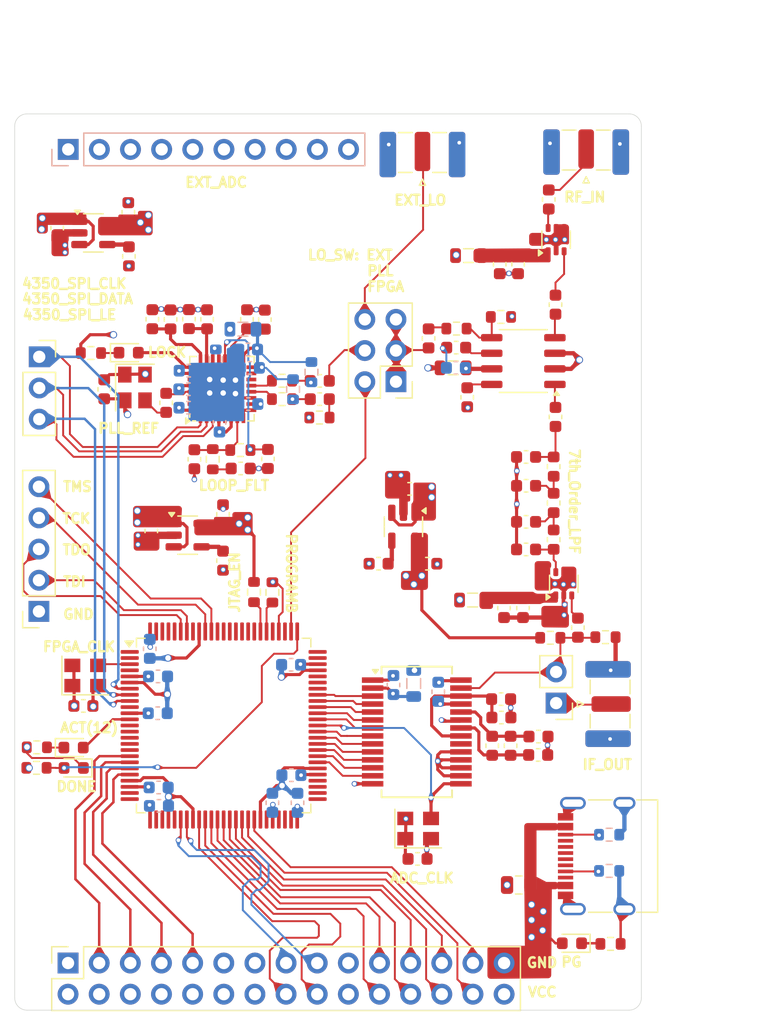
<source format=kicad_pcb>
(kicad_pcb (version 20240108) (generator "pcbnew") (generator_version "8.0")
  (layers (0 "F.Cu" signal) (1 "In1.Cu" signal) (2 "In2.Cu" signal) (31 "B.Cu" signal) (34 "B.Paste" user) (35 "F.Paste" user) (36 "B.SilkS" user "B.Silkscreen") (37 "F.SilkS" user "F.Silkscreen") (38 "B.Mask" user) (39 "F.Mask" user) (44 "Edge.Cuts" user))
  (net 0 "")
  (net 8 "DONE")
  (net 10 "TDI")
  (net 18 "TCK")
  (net 27 "TMS")
  (net 28 "TDO")
  (net 30 "JTAGENB")
  (net 32 "PROGRAMB")
  (net 36 "+3V3_D")
  (net 37 "VCC")
  (net 38 "Net-(U8-BP)")
  (net 39 "+3V3_A")
  (net 41 "AGND")
  (net 47 "Net-(J1-CC1)")
  (net 48 "Net-(J1-CC2)")
  (net 49 "ADC_D7")
  (net 50 "ADC_D6")
  (net 51 "ADC_D3")
  (net 52 "ADC_D2")
  (net 53 "ADC_D8")
  (net 54 "ADC_CLK")
  (net 55 "ADC_D4")
  (net 56 "ADC_D1")
  (net 57 "ADC_D5")
  (net 58 "ADC_D0")
  (net 59 "ADC_OTR")
  (net 60 "ADC_D9")
  (net 62 "EXT_LO")
  (net 63 "GPIO63")
  (net 65 "GPIO64")
  (net 66 "UART0_TXD")
  (net 67 "GPIO75")
  (net 68 "GPIO72")
  (net 69 "GPIO84")
  (net 70 "FPGA_CLK")
  (net 71 "USR")
  (net 72 "Net-(D4-K)")
  (net 74 "GPIO62")
  (net 75 "GPIO65")
  (net 76 "GPIO66")
  (net 77 "GPIO60")
  (net 78 "GPIO69")
  (net 79 "GPIO61")
  (net 80 "GPIO70")
  (net 81 "GPIO73")
  (net 82 "GPIO74")
  (net 83 "UART0_RXD")
  (net 84 "GPIO67")
  (net 85 "GPIO85")
  (net 92 "Net-(U3-REFTS)")
  (net 93 "Net-(U3-REFBF)")
  (net 94 "Net-(U3-REFTF)")
  (net 95 "Net-(U3-DVDD)")
  (net 101 "ADC_IN")
  (net 102 "Net-(U5-VCC)")
  (net 103 "Net-(C9-Pad1)")
  (net 104 "MIXER_IF")
  (net 105 "Net-(C11-Pad2)")
  (net 106 "Net-(C12-Pad2)")
  (net 107 "Net-(J4-In)")
  (net 108 "Net-(U5-RF)")
  (net 109 "MIXER_LO")
  (net 110 "Net-(C22-Pad1)")
  (net 111 "Net-(U5-IF)")
  (net 112 "Net-(U5-LO_GND)")
  (net 113 "Net-(C26-Pad2)")
  (net 114 "Net-(U2-Vcc)")
  (net 115 "Net-(U5-LO)")
  (net 116 "Net-(U5-RF_GND)")
  (net 132 "Net-(J2-In)")
  (net 133 "Net-(U6-BP)")
  (net 135 "Net-(U4-Vcc)")
  (net 136 "Net-(C21-Pad1)")
  (net 137 "Net-(U9-BP)")
  (net 138 "+3V3_PLL")
  (net 139 "Net-(U7-REFIN)")
  (net 140 "PLL_REF")
  (net 141 "Net-(U7-VCOM)")
  (net 142 "Net-(U7-VREF)")
  (net 143 "Net-(U7-TEMP)")
  (net 144 "Net-(D1-A)")
  (net 145 "Net-(D1-K)")
  (net 146 "Net-(U7-RSET)")
  (net 147 "4350_SPI_CLK")
  (net 148 "4350_SPI_DATA")
  (net 149 "+3V3_PLL_VCO")
  (net 150 "4350_SPI_LE")
  (net 151 "Net-(C58-Pad1)")
  (net 156 "Net-(U7-VTUNE)")
  (net 157 "Net-(U7-CPout)")
  (net 158 "Net-(C61-Pad1)")
  (net 159 "PLL_LO")
  (net 160 "Net-(C62-Pad1)")
  (net 161 "FPGA_LO")
  (net 162 "Net-(U7-RF_OUT_A+)")
  (net 163 "Net-(U7-RF_OUT_A-)")
  (net 164 "Net-(C61-Pad2)")
  (net 165 "Net-(C65-Pad2)")
  (net 166 "Net-(D2-K)")
  (footprint "Library:USB_C_Receptacle_G-Switch_GT-USB-7010ASV" (layer "F.Cu") (at 151.569999 135.445 90)
    (property "Reference" "J1" (hide yes))
    (property "Value" "USBC" (hide yes))
  )
  (footprint "Library:C_0603_1608Metric" (layer "F.Cu") (at 132.6 111.6125 180)
    (property "Reference" "C6" (hide yes))
    (property "Value" "1uF" (hide yes))
  )
  (footprint "Library:SOT-23-5" (layer "F.Cu") (at 109.3375 84.65)
    (property "Reference" "U9" (hide yes))
    (property "Value" "SPX3819M5-L-3-3" (hide yes))
  )
  (footprint "Library:C_0603_1608Metric" (layer "F.Cu") (at 112.1875 82.9625 90)
    (property "Reference" "C37" (hide yes))
    (property "Value" "1uF" (hide yes))
  )
  (footprint "Library:R_0603_1608Metric" (layer "F.Cu") (at 124.725 98.2)
    (property "Reference" "R11" (hide yes))
    (property "Value" "NAN" (hide yes))
  )
  (footprint "Library:C_0603_1608Metric" (layer "F.Cu") (at 112.2375 86.5625 -90)
    (property "Reference" "C32" (hide yes))
    (property "Value" "1uF" (hide yes))
  )
  (footprint "Library:C_0603_1608Metric" (layer "F.Cu") (at 143.3625 126.450001 90)
    (property "Reference" "C18" (hide yes))
    (property "Value" "10uF" (hide yes))
  )
  (footprint "Library:Oscillator_SMD_Abracon_ASE-4Pin_3.2x2.5mm" (layer "F.Cu") (at 108.675 120.725)
    (property "Reference" "X1" (hide yes))
    (property "Value" "SG-210SDD" (hide yes))
  )
  (footprint "Library:C_0603_1608Metric" (layer "F.Cu") (at 110.225 97.4 -90)
    (property "Reference" "C49" (hide yes))
    (property "Value" "C" (hide yes))
  )
  (footprint "Library:C_0603_1608Metric" (layer "F.Cu") (at 143.975 87.2 -90)
    (property "Reference" "C1" (hide yes))
    (property "Value" "NAN" (hide yes))
  )
  (footprint "Library:R_0603_1608Metric" (layer "F.Cu") (at 123.9375 113.950001 90)
    (property "Reference" "R18" (hide yes))
    (property "Value" "4.7K" (hide yes))
  )
  (footprint "Library:C_0603_1608Metric" (layer "F.Cu") (at 141.8625 126.450001 90)
    (property "Reference" "C17" (hide yes))
    (property "Value" "100nF" (hide yes))
  )
  (footprint "Library:C_0603_1608Metric" (layer "F.Cu") (at 127.8 98.2)
    (property "Reference" "C61" (hide yes))
    (property "Value" "100nF" (hide yes))
  )
  (footprint "Library:Oscillator_SMD_Abracon_ASE-4Pin_3.2x2.5mm" (layer "F.Cu") (at 112.725 97.25 -90)
    (property "Reference" "X2" (hide yes))
    (property "Value" "SG-210SDD" (hide yes))
  )
  (footprint "Library:C_0603_1608Metric" (layer "F.Cu") (at 142.6125 124.150001)
    (property "Reference" "C14" (hide yes))
    (property "Value" "1uF" (hide yes))
  )
  (footprint "Library:TQFP-100_14x14mm_P0.5mm" (layer "F.Cu") (at 119.9625 124.8)
    (property "Reference" "U1" (hide yes))
    (property "Value" "LCMXO2-2000HC-4TG100I" (hide yes))
  )
  (footprint "Library:PinHeader_2x03_P2.54mm_Vertical" (layer "F.Cu") (at 134.015 96.78 180)
    (property "Reference" "J11" (hide yes))
    (property "Value" "Conn_02x03_Odd_Even" (hide yes))
  )
  (footprint "Library:C_0603_1608Metric" (layer "F.Cu") (at 118.615 91.6925 -90)
    (property "Reference" "C51" (hide yes))
    (property "Value" "100nF" (hide yes))
  )
  (footprint "Library:C_0805_2012Metric" (layer "F.Cu") (at 144.025 137.8 180)
    (property "Reference" "C3" (hide yes))
    (property "Value" "22uF" (hide yes))
  )
  (footprint "Library:PinSocket_1x03_P2.54mm_Vertical" (layer "F.Cu") (at 104.925 94.75)
    (property "Reference" "J9" (hide yes))
    (property "Value" "Conn_01x03_Socket" (hide yes))
  )
  (footprint "Library:C_0603_1608Metric" (layer "F.Cu") (at 121.865 91.6925 -90)
    (property "Reference" "C57" (hide yes))
    (property "Value" "10pF" (hide yes))
  )
  (footprint "Library:L_0603_1608Metric" (layer "F.Cu") (at 146.875 109.65 -90)
    (property "Reference" "L7" (hide yes))
    (property "Value" "L" (hide yes))
  )
  (footprint "Library:C_0603_1608Metric" (layer "F.Cu") (at 139.825 98.05 -90)
    (property "Reference" "C24" (hide yes))
    (property "Value" "100nF" (hide yes))
  )
  (footprint "Library:C_0603_1608Metric" (layer "F.Cu") (at 121.35 103.85)
    (property "Reference" "C58" (hide yes))
    (property "Value" "C" (hide yes))
  )
  (footprint "Library:PinSocket_1x05_P2.54mm_Vertical" (layer "F.Cu") (at 104.9 115.5 180)
    (property "Reference" "J3" (hide yes))
    (property "Value" "JTAG" (hide yes))
  )
  (footprint "Library:SMA_Samtec_SMA-J-P-H-ST-EM1_EdgeMount_FIX_edge" (layer "F.Cu") (at 149.525 77.8125 90)
    (property "Reference" "J4" (hide yes))
    (property "Value" "Conn_Coaxial_Small" (hide yes))
  )
  (footprint "Library:L_0805_2012Metric" (layer "F.Cu") (at 138.675 95.65 180)
    (property "Reference" "L3" (hide yes))
    (property "Value" "L" (hide yes))
  )
  (footprint "Library:SOT-23-5" (layer "F.Cu") (at 134.625 108.6 -90)
    (property "Reference" "U8" (hide yes))
    (property "Value" "SPX3819M5-L-3-3" (hide yes))
  )
  (footprint "Library:R_0603_1608Metric" (layer "F.Cu") (at 127.775 99.7 180)
    (property "Reference" "R15" (hide yes))
    (property "Value" "50R" (hide yes))
  )
  (footprint "Library:C_0603_1608Metric" (layer "F.Cu") (at 136.575 111.6125)
    (property "Reference" "C7" (hide yes))
    (property "Value" "1uF" (hide yes))
  )
  (footprint "Library:C_0603_1608Metric" (layer "F.Cu") (at 114.145 91.6875 -90)
    (property "Reference" "C54" (hide yes))
    (property "Value" "10pF" (hide yes))
  )
  (footprint "Library:C_0603_1608Metric" (layer "F.Cu") (at 114.0625 108.9375 -90)
    (property "Reference" "C29" (hide yes))
    (property "Value" "1uF" (hide yes))
  )
  (footprint "Library:C_0603_1608Metric" (layer "F.Cu") (at 106.3875 84.2625 -90)
    (property "Reference" "C4" (hide yes))
    (property "Value" "1uF" (hide yes))
  )
  (footprint "Library:SOT-363_SC-70-6" (layer "F.Cu") (at 147.7 113.25 90)
    (property "Reference" "U2" (hide yes))
    (property "Value" "BGA2869" (hide yes))
  )
  (footprint "Library:SSOP-28_5.3x10.2mm_P0.65mm" (layer "F.Cu") (at 135.7125 125.325001)
    (property "Reference" "U3" (hide yes))
    (property "Value" "~" (hide yes))
  )
  (footprint "Library:R_0603_1608Metric" (layer "F.Cu") (at 151.1 117.6)
    (property "Reference" "R4" (hide yes))
    (property "Value" "10K" (hide yes))
  )
  (footprint "Library:L_0603_1608Metric" (layer "F.Cu") (at 146.875 103.7 -90)
    (property "Reference" "L5" (hide yes))
    (property "Value" "L" (hide yes))
  )
  (footprint "Library:L_0805_2012Metric" (layer "F.Cu") (at 139.9375 86.5)
    (property "Reference" "L4" (hide yes))
    (property "Value" "L" (hide yes))
  )
  (footprint "Library:R_0603_1608Metric" (layer "F.Cu") (at 104.7 128.25)
    (property "Reference" "R19" (hide yes))
    (property "Value" "4.7K" (hide yes))
  )
  (footprint "Library:R_0603_1608Metric" (layer "F.Cu") (at 146.6 117.65)
    (property "Reference" "R3" (hide yes))
    (property "Value" "10K" (hide yes))
  )
  (footprint "Library:C_0603_1608Metric" (layer "F.Cu") (at 117.575 103.1 -90)
    (property "Reference" "C60" (hide yes))
    (property "Value" "C" (hide yes))
  )
  (footprint "Library:C_0603_1608Metric" (layer "F.Cu") (at 127.8 96.71)
    (property "Reference" "C62" (hide yes))
    (property "Value" "100nF" (hide yes))
  )
  (footprint "Library:LED_0603_1608Metric" (layer "F.Cu") (at 107.725001 126.6)
    (property "Reference" "D4" (hide yes))
    (property "Value" "LED" (hide yes))
  )
  (footprint "Library:R_0603_1608Metric" (layer "F.Cu") (at 124.725 96.7)
    (property "Reference" "R12" (hide yes))
    (property "Value" "NAN" (hide yes))
  )
  (footprint "Library:R_0603_1608Metric" (layer "F.Cu") (at 138.95 92.45 180)
    (property "Reference" "R8" (hide yes))
    (property "Value" "R" (hide yes))
  )
  (footprint "Library:LED_0603_1608Metric" (layer "F.Cu") (at 112.215 94.4125)
    (property "Reference" "D1" (hide yes))
    (property "Value" "LED" (hide yes))
  )
  (footprint "Library:SMA_Samtec_SMA-J-P-H-ST-EM1_EdgeMount_FIX_edge" (layer "F.Cu") (at 136.175 78.0125 90)
    (property "Reference" "J6" (hide yes))
    (property "Value" "Conn_Coaxial_Small" (hide yes))
  )
  (footprint "Library:LFCSP-32-1EP_5x5mm_P0.5mm_EP3.25x3.25mm" (layer "F.Cu") (at 119.825 97.35 90)
    (property "Reference" "U7" (hide yes))
    (property "Value" "ADF4350" (hide yes))
  )
  (footprint "Library:R_0603_1608Metric" (layer "F.Cu") (at 151.5125 142.6)
    (property "Reference" "R16" (hide yes))
    (property "Value" "4.7K" (hide yes))
  )
  (footprint "Library:C_0603_1608Metric" (layer "F.Cu") (at 148.85 116.825 -90)
    (property "Reference" "C9" (hide yes))
    (property "Value" "100nF" (hide yes))
  )
  (footprint "Library:Oscillator_SMD_Abracon_ASE-4Pin_3.2x2.5mm" (layer "F.Cu") (at 135.825 133.2)
    (property "Reference" "X3" (hide yes))
    (property "Value" "SG-210SDD" (hide yes))
  )
  (footprint "Library:LED_0603_1608Metric" (layer "F.Cu") (at 148.3625 142.55 180)
    (property "Reference" "D2" (hide yes))
    (property "Value" "LED" (hide yes))
  )
  (footprint "Library:C_0603_1608Metric" (layer "F.Cu") (at 138.925 94 180)
    (property "Reference" "C25" (hide yes))
    (property "Value" "100nF" (hide yes))
  )
  (footprint "Library:C_0603_1608Metric" (layer "F.Cu") (at 115.275 98.5 90)
    (property "Reference" "C50" (hide yes))
    (property "Value" "100nF" (hide yes))
  )
  (footprint "Library:SO-8_3.9x4.9mm_P1.27mm" (layer "F.Cu") (at 144.4 95.095 180)
    (property "Reference" "U5" (hide yes))
    (property "Value" "~" (hide yes))
  )
  (footprint "Library:R_0603_1608Metric" (layer "F.Cu") (at 142.575 91.5 180)
    (property "Reference" "R9" (hide yes))
    (property "Value" "R" (hide yes))
  )
  (footprint "Library:C_0603_1608Metric" (layer "F.Cu") (at 144.375 115.225 -90)
    (property "Reference" "C27" (hide yes))
    (property "Value" "NAN" (hide yes))
  )
  (footprint "Library:C_0603_1608Metric" (layer "F.Cu") (at 146.475 81.925 -90)
    (property "Reference" "C65" (hide yes))
    (property "Value" "1uF" (hide yes))
  )
  (footprint "Library:C_0603_1608Metric" (layer "F.Cu") (at 144.625 108.2)
    (property "Reference" "C12" (hide yes))
    (property "Value" "NAN" (hide yes))
  )
  (footprint "Library:PinSocket_2x15_P2.54mm_Vertical" (layer "F.Cu") (at 107.2736 144.16 90)
    (property "Reference" "J7" (hide yes))
    (property "Value" "Conn_02x15_Odd_Even" (hide yes))
  )
  (footprint "Library:PinHeader_1x02_P2.54mm_Vertical" (layer "F.Cu") (at 147.075 122.975 180)
    (property "Reference" "J8" (hide yes))
    (property "Value" "Conn_01x02_Pin" (hide yes))
  )
  (footprint "Library:R_0603_1608Metric" (layer "F.Cu") (at 119.075 103.1 -90)
    (property "Reference" "R7" (hide yes))
    (property "Value" "R" (hide yes))
  )
  (footprint "Library:C_0603_1608Metric" (layer "F.Cu") (at 144.625 110.45)
    (property "Reference" "C26" (hide yes))
    (property "Value" "NAN" (hide yes))
  )
  (footprint "Library:C_0603_1608Metric" (layer "F.Cu") (at 142.5875 122.650001)
    (property "Reference" "C13" (hide yes))
    (property "Value" "100nF" (hide yes))
  )
  (footprint "Library:C_0603_1608Metric" (layer "F.Cu") (at 136.675 93.25 -90)
    (property "Reference" "C22" (hide yes))
    (property "Value" "100nF" (hide yes))
  )
  (footprint "Library:C_0603_1608Metric" (layer "F.Cu") (at 144.625 102.9125)
    (property "Reference" "C10" (hide yes))
    (property "Value" "NAN" (hide yes))
  )
  (footprint "Library:R_0603_1608Metric" (layer "F.Cu") (at 122.4375 113.925001 90)
    (property "Reference" "R17" (hide yes))
    (property "Value" "4.7K" (hide yes))
  )
  (footprint "Library:C_0603_1608Metric" (layer "F.Cu") (at 142.825 115.225 -90)
    (property "Reference" "C28" (hide yes))
    (property "Value" "NAN" (hide yes))
  )
  (footprint "Library:C_0603_1608Metric" (layer "F.Cu") (at 108.525 123.205001)
    (property "Reference" "C56" (hide yes))
    (property "Value" "C" (hide yes))
  )
  (footprint "Library:C_0603_1608Metric" (layer "F.Cu") (at 115.635 91.7025 -90)
    (property "Reference" "C53" (hide yes))
    (property "Value" "100nF" (hide yes))
  )
  (footprint "Library:C_0603_1608Metric" (layer "F.Cu") (at 117.135 91.6775 -90)
    (property "Reference" "C52" (hide yes))
    (property "Value" "10pF" (hide yes))
  )
  (footprint "Library:C_0603_1608Metric" (layer "F.Cu") (at 135.125 105.5125 180)
    (property "Reference" "C5" (hide yes))
    (property "Value" "1uF" (hide yes))
  )
  (footprint "Library:L_0805_2012Metric" (layer "F.Cu") (at 140.2625 114.575)
    (property "Reference" "L1" (hide yes))
    (property "Value" "L" (hide yes))
  )
  (footprint "Library:C_0603_1608Metric" (layer "F.Cu") (at 119.9125 111.3625 -90)
    (property "Reference" "C30" (hide yes))
    (property "Value" "1uF" (hide yes))
  )
  (footprint "Library:C_0603_1608Metric" (layer "F.Cu") (at 145.6125 127.200001)
    (property "Reference" "C16" (hide yes))
    (property "Value" "100nF" (hide yes))
  )
  (footprint "Library:C_0603_1608Metric" (layer "F.Cu") (at 147.025 99.65 90)
    (property "Reference" "C23" (hide yes))
    (property "Value" "100nF" (hide yes))
  )
  (footprint "Library:SMA_Samtec_SMA-J-P-H-ST-EM1_EdgeMount_FIX_edge" (layer "F.Cu") (at 151.5625 123.05)
    (property "Reference" "J2" (hide yes))
    (property "Value" "Conn_Coaxial_Small" (hide yes))
  )
  (footprint "Library:C_0603_1608Metric" (layer "F.Cu") (at 123.325 91.7175 -90)
    (property "Reference" "C55" (hide yes))
    (property "Value" "100nF" (hide yes))
  )
  (footprint "Library:C_0603_1608Metric" (layer "F.Cu") (at 144.625 105.2625)
    (property "Reference" "C11" (hide yes))
    (property "Value" "NAN" (hide yes))
  )
  (footprint "Library:R_0603_1608Metric" (layer "F.Cu") (at 104.730001 126.580001 180)
    (property "Reference" "R21" (hide yes))
    (property "Value" "4.7K" (hide yes))
  )
  (footprint "Library:R_0603_1608Metric" (layer "F.Cu") (at 121.325 102.35)
    (property "Reference" "R10" (hide yes))
    (property "Value" "NAN" (hide yes))
  )
  (footprint "Library:C_0603_1608Metric" (layer "F.Cu") (at 145.6375 125.700001)
    (property "Reference" "C15" (hide yes))
    (property "Value" "100nF" (hide yes))
  )
  (footprint "Library:SOT-23-5" (layer "F.Cu") (at 117.025 109.2875)
    (property "Reference" "U6" (hide yes))
    (property "Value" "SPX3819M5-L-3-3" (hide yes))
  )
  (footprint "Library:C_0603_1608Metric" (layer "F.Cu") (at 142.475 87.2 -90)
    (property "Reference" "C2" (hide yes))
    (property "Value" "NAN" (hide yes))
  )
  (footprint "Library:R_0603_1608Metric" (layer "F.Cu") (at 109.14 94.4425 180)
    (property "Reference" "R6" (hide yes))
    (property "Value" "4.7K" (hide yes))
  )
  (footprint "Library:C_0603_1608Metric" (layer "F.Cu") (at 123.575 103.075 -90)
    (property "Reference" "C59" (hide yes))
    (property "Value" "C" (hide yes))
  )
  (footprint "Library:LED_0603_1608Metric" (layer "F.Cu") (at 107.7375 128.26 180)
    (property "Reference" "D3" (hide yes))
    (property "Value" "LED" (hide yes))
  )
  (footprint "Library:SOT-363_SC-70-6" (layer "F.Cu") (at 147.075 85.2 90)
    (property "Reference" "U4" (hide yes))
    (property "Value" "BGA2869" (hide yes))
  )
  (footprint "Library:C_0603_1608Metric" (layer "F.Cu") (at 119.9125 107.5875 90)
    (property "Reference" "C31" (hide yes))
    (property "Value" "1uF" (hide yes))
  )
  (footprint "Library:C_0603_1608Metric" (layer "F.Cu") (at 135.775 135.675)
    (property "Reference" "C63" (hide yes))
    (property "Value" "C" (hide yes))
  )
  (footprint "Library:C_0603_1608Metric" (layer "F.Cu") (at 147.025 90.5 -90)
    (property "Reference" "C21" (hide yes))
    (property "Value" "1uF" (hide yes))
  )
  (footprint "Library:L_0603_1608Metric" (layer "F.Cu") (at 146.875 106.6625 -90)
    (property "Reference" "L6" (hide yes))
    (property "Value" "L" (hide yes))
  )
  (footprint "Library:C_0603_1608Metric" (layer "B.Cu") (at 121.95 94.15 180)
    (property "Reference" "C47" (hide yes))
    (property "Value" "100nF" (hide yes))
  )
  (footprint "Library:R_0603_1608Metric" (layer "B.Cu") (at 125.625 97.4 -90)
    (property "Reference" "R13" (hide yes))
    (property "Value" "50R" (hide yes))
  )
  (footprint "Library:C_0603_1608Metric" (layer "B.Cu") (at 123.9375 131.100001 90)
    (property "Reference" "C40" (hide yes))
    (property "Value" "100nF" (hide yes))
  )
  (footprint "Library:R_0603_1608Metric" (layer "B.Cu") (at 119.325 94.975 -90)
    (property "Reference" "R5" (hide yes))
    (property "Value" "4.7K" (hide yes))
  )
  (footprint "Library:C_0603_1608Metric" (layer "B.Cu") (at 119.625 100.1 90)
    (property "Reference" "C43" (hide yes))
    (property "Value" "100nF" (hide yes))
  )
  (footprint "Library:C_0603_1608Metric" (layer "B.Cu") (at 114.6625 129.850001)
    (property "Reference" "C38" (hide yes))
    (property "Value" "100nF" (hide yes))
  )
  (footprint "Library:C_0603_1608Metric" (layer "B.Cu") (at 125.4875 128.850001 180)
    (property "Reference" "C42" (hide yes))
    (property "Value" "100nF" (hide yes))
  )
  (footprint "Library:C_0603_1608Metric" (layer "B.Cu") (at 122.1 95.65 180)
    (property "Reference" "C48" (hide yes))
    (property "Value" "100nF" (hide yes))
  )
  (footprint "Library:C_0603_1608Metric" (layer "B.Cu") (at 114.6125 120.800001)
    (property "Reference" "C35" (hide yes))
    (property "Value" "100nF" (hide yes))
  )
  (footprint "Library:C_0603_1608Metric" (layer "B.Cu") (at 138.9 95.65 180)
    (property "Reference" "C8" (hide yes))
    (property "Value" "1uF" (hide yes))
  )
  (footprint "Library:C_0603_1608Metric" (layer "B.Cu") (at 137.4625 122.050001 90)
    (property "Reference" "C20" (hide yes))
    (property "Value" "1uF" (hide yes))
  )
  (footprint "Library:C_0603_1608Metric" (layer "B.Cu") (at 125.9875 131.100001 90)
    (property "Reference" "C39" (hide yes))
    (property "Value" "100nF" (hide yes))
  )
  (footprint "Library:R_0603_1608Metric" (layer "B.Cu") (at 127.125 96 90)
    (property "Reference" "R14" (hide yes))
    (property "Value" "50R" (hide yes))
  )
  (footprint "Library:R_0603_1608Metric" (layer "B.Cu") (at 151.4 133.7 180)
    (property "Reference" "R1" (hide yes))
    (property "Value" "5.1K" (hide yes))
  )
  (footprint "Library:C_0603_1608Metric" (layer "B.Cu") (at 117.09 97.3925)
    (property "Reference" "C44" (hide yes))
    (property "Value" "100nF" (hide yes))
  )
  (footprint "Library:C_0603_1608Metric" (layer "B.Cu") (at 133.8125 121.500001 90)
    (property "Reference" "C19" (hide yes))
    (property "Value" "1uF" (hide yes))
  )
  (footprint "Library:PinSocket_1x10_P2.54mm_Vertical" (layer "B.Cu") (at 107.287113 77.844521 -90)
    (property "Reference" "J5" (hide yes))
    (property "Value" "Conn_01x10_Socket" (hide yes))
  )
  (footprint "Library:C_0603_1608Metric" (layer "B.Cu") (at 114.6875 131.350001)
    (property "Reference" "C41" (hide yes))
    (property "Value" "100nF" (hide yes))
  )
  (footprint "Library:R_0603_1608Metric" (layer "B.Cu") (at 151.4 136.65 180)
    (property "Reference" "R2" (hide yes))
    (property "Value" "5.1K" (hide yes))
  )
  (footprint "Library:L_0805_2012Metric" (layer "B.Cu") (at 135.4625 121.375001 90)
    (property "Reference" "L2" (hide yes))
    (property "Value" "L" (hide yes))
  )
  (footprint "Library:C_0603_1608Metric" (layer "B.Cu") (at 117.1 98.9)
    (property "Reference" "C46" (hide yes))
    (property "Value" "100nF" (hide yes))
  )
  (footprint "Library:C_0603_1608Metric" (layer "B.Cu") (at 114.5875 123.800001)
    (property "Reference" "C36" (hide yes))
    (property "Value" "100nF" (hide yes))
  )
  (footprint "Library:C_0603_1608Metric" (layer "B.Cu") (at 117.115 95.8825)
    (property "Reference" "C45" (hide yes))
    (property "Value" "100nF" (hide yes))
  )
  (footprint "Library:C_0603_1608Metric" (layer "B.Cu") (at 125.4625 119.850001 180)
    (property "Reference" "C34" (hide yes))
    (property "Value" "100nF" (hide yes))
  )
  (footprint "Library:C_0603_1608Metric" (layer "B.Cu") (at 121.975 98.6 180)
    (property "Reference" "C64" (hide yes))
    (property "Value" "100nF" (hide yes))
  )
  (footprint "Library:L_0805_2012Metric" (layer "B.Cu") (at 121.5375 92.5)
    (property "Reference" "L8" (hide yes))
    (property "Value" "L" (hide yes))
  )
  (footprint "Library:C_0603_1608Metric" (layer "B.Cu") (at 113.9375 118.550001 -90)
    (property "Reference" "C33" (hide yes))
    (property "Value" "100nF" (hide yes))
  )
  (gr_line (start 154.025 75.95) (end 154.025 147) (stroke (width 0.05)) (layer "Edge.Cuts"))
  (gr_line (start 153.025 148) (end 103.925 148) (stroke (width 0.05)) (layer "Edge.Cuts"))
  (gr_arc (start 102.925 75.95) (mid 103.217893 75.242893) (end 103.925 74.95) (stroke (width 0.05)) (layer "Edge.Cuts"))
  (gr_arc (start 154.025 147) (mid 153.732107 147.707107) (end 153.025 148) (stroke (width 0.05)) (layer "Edge.Cuts"))
  (gr_arc (start 153.025 74.95) (mid 153.732107 75.242893) (end 154.025 75.95) (stroke (width 0.05)) (layer "Edge.Cuts"))
  (gr_line (start 103.925 74.95) (end 153.025 74.95) (stroke (width 0.05)) (layer "Edge.Cuts"))
  (gr_line (start 102.925 147) (end 102.925 75.95) (stroke (width 0.05)) (layer "Edge.Cuts"))
  (gr_arc (start 103.925 148) (mid 103.217893 147.707107) (end 102.925 147) (stroke (width 0.05)) (layer "Edge.Cuts"))
  (gr_text "EXT_ADC" (at 116.725 81 0) (layer "F.SilkS") (effects (font (size 0.8 0.8) (thickness 0.2) (bold yes)) (justify left bottom)))
  (gr_text "LOOP_FLT" (at 117.825 105.7 0) (layer "F.SilkS") (effects (font (size 0.8 0.8) (thickness 0.2) (bold yes)) (justify left bottom)))
  (gr_text "JTAG_EN" (at 121.325 115.7 90) (layer "F.SilkS") (effects (font (size 0.8 0.8) (thickness 0.2) (bold yes)) (justify left bottom)))
  (gr_text "FPGA_CLK" (at 105.125 118.85 0) (layer "F.SilkS") (effects (font (size 0.8 0.8) (thickness 0.2) (bold yes)) (justify left bottom)))
  (gr_text "IF_OUT" (at 149.125 128.45 0) (layer "F.SilkS") (effects (font (size 0.8 0.8) (thickness 0.2) (bold yes)) (justify left bottom)))
  (gr_text "GND" (at 144.575 144.6 0) (layer "F.SilkS") (effects (font (size 0.8 0.8) (thickness 0.2) (bold yes)) (justify left bottom)))
  (gr_text "TCK" (at 106.725 108.4 0) (layer "F.SilkS") (effects (font (size 0.8 0.8) (thickness 0.2) (bold yes)) (justify left bottom)))
  (gr_text "4350_SPI_CLK\n" (at 103.425 89.25 0) (layer "F.SilkS") (effects (font (size 0.8 0.8) (thickness 0.2) (bold yes)) (justify left bottom)))
  (gr_text "PROGRAMB" (at 125.025 109.05 270) (layer "F.SilkS") (effects (font (size 0.8 0.8) (thickness 0.2) (bold yes)) (justify left bottom)))
  (gr_text "ACT(12)" (at 106.525 125.45 0) (layer "F.SilkS") (effects (font (size 0.8 0.8) (thickness 0.2) (bold yes)) (justify left bottom)))
  (gr_text "RF_IN" (at 147.625 82.2 0) (layer "F.SilkS") (effects (font (size 0.8 0.8) (thickness 0.2) (bold yes)) (justify left bottom)))
  (gr_text "PLL_REF" (at 109.625 101.05 0) (layer "F.SilkS") (effects (font (size 0.8 0.8) (thickness 0.2) (bold yes)) (justify left bottom)))
  (gr_text "LO_SW: EXT\n	   PLL\n	   FPGA" (at 126.725 89.5 0) (layer "F.SilkS") (effects (font (size 0.8 0.8) (thickness 0.2) (bold yes)) (justify left bottom)))
  (gr_text "VCC\n" (at 144.675 147 0) (layer "F.SilkS") (effects (font (size 0.8 0.8) (thickness 0.2) (bold yes)) (justify left bottom)))
  (gr_text "ADC_CLK" (at 133.425 137.7 0) (layer "F.SilkS") (effects (font (size 0.8 0.8) (thickness 0.2) (bold yes)) (justify left bottom)))
  (gr_text "PG" (at 147.4 144.55 0) (layer "F.SilkS") (effects (font (size 0.8 0.8) (thickness 0.2) (bold yes)) (justify left bottom)))
  (gr_text "LOCK" (at 113.675 94.85 0) (layer "F.SilkS") (effects (font (size 0.8 0.8) (thickness 0.2) (bold yes)) (justify left bottom)))
  (gr_text "TMS\n" (at 106.775 105.8 0) (layer "F.SilkS") (effects (font (size 0.8 0.8) (thickness 0.2) (bold yes)) (justify left bottom)))
  (gr_text "TDI" (at 106.775 113.55 0) (layer "F.SilkS") (effects (font (size 0.8 0.8) (thickness 0.2) (bold yes)) (justify left bottom)))
  (gr_text "DONE" (at 106.225 130.25 0) (layer "F.SilkS") (effects (font (size 0.8 0.8) (thickness 0.2) (bold yes)) (justify left bottom)))
  (gr_text "7th_Order_LPF" (at 148.1 102.15 270) (layer "F.SilkS") (effects (font (size 0.8 0.8) (thickness 0.2) (bold yes)) (justify left bottom)))
  (gr_text "4350_SPI_DATA\n" (at 103.425 90.5 0) (layer "F.SilkS") (effects (font (size 0.8 0.8) (thickness 0.2) (bold yes)) (justify left bottom)))
  (gr_text "TDO" (at 106.725 110.95 0) (layer "F.SilkS") (effects (font (size 0.8 0.8) (thickness 0.2) (bold yes)) (justify left bottom)))
  (gr_text "GND" (at 106.775 116.2 0) (layer "F.SilkS") (effects (font (size 0.8 0.8) (thickness 0.2) (bold yes)) (justify left bottom)))
  (gr_text "EXT_LO" (at 133.775 82.45 0) (layer "F.SilkS") (effects (font (size 0.8 0.8) (thickness 0.2) (bold yes)) (justify left bottom)))
  (gr_text "4350_SPI_LE" (at 103.475 91.8 0) (layer "F.SilkS") (effects (font (size 0.8 0.8) (thickness 0.2) (bold yes)) (justify left bottom)))
  (segment (start 125.9625 117.1375) (end 125.9625 118.6625) (width 0.156) (layer "F.Cu") (net 8))
  (segment (start 106.265 128.25) (end 105.525 128.25) (width 0.156) (layer "F.Cu") (net 8))
  (segment (start 123.075 122.9) (end 117.725 128.25) (width 0.156) (layer "F.Cu") (net 8))
  (segment (start 125.675 118.95) (end 124.075 118.95) (width 0.156) (layer "F.Cu") (net 8))
  (segment (start 114.625 128.25) (end 114.575 128.2) (width 0.156) (layer "F.Cu") (net 8))
  (segment (start 106.95 128.26) (end 106.275 128.26) (width 0.156) (layer "F.Cu") (net 8))
  (segment (start 125.9625 118.6625) (end 125.675 118.95) (width 0.156) (layer "F.Cu") (net 8))
  (segment (start 106.275 128.26) (end 106.265 128.25) (width 0.156) (layer "F.Cu") (net 8))
  (segment (start 117.725 128.25) (end 114.625 128.25) (width 0.156) (layer "F.Cu") (net 8))
  (segment (start 123.075 119.95) (end 123.075 122.9) (width 0.156) (layer "F.Cu") (net 8))
  (segment (start 124.075 118.95) (end 123.075 119.95) (width 0.156) (layer "F.Cu") (net 8))
  (segment (start 114.575 128.2) (end 114.575 128.25) (width 0.156) (layer "F.Cu") (net 8))
  (via (at 106.95 128.26) (size 0.45) (drill 0.3) (layers "F.Cu" "B.Cu") (net 8))
  (via (at 114.575 128.2) (size 0.45) (drill 0.3) (layers "F.Cu" "B.Cu") (net 8))
  (segment (start 114.575 128.2) (end 107.01 128.2) (width 0.156) (layer "B.Cu") (net 8))
  (segment (start 107.01 128.2) (end 106.95 128.26) (width 0.156) (layer "B.Cu") (net 8))
  (segment (start 109.385 112.96) (end 111.825 115.4) (width 0.156) (layer "F.Cu") (net 10))
  (segment (start 116.9625 115.8875) (end 116.9625 117.1375) (width 0.156) (layer "F.Cu") (net 10))
  (segment (start 111.825 115.4) (end 116.475 115.4) (width 0.156) (layer "F.Cu") (net 10))
  (segment (start 116.475 115.4) (end 116.9625 115.8875) (width 0.156) (layer "F.Cu") (net 10))
  (segment (start 104.9 112.96) (end 109.385 112.96) (width 0.156) (layer "F.Cu") (net 10))
  (segment (start 105.905 107.88) (end 104.9 107.88) (width 0.156) (layer "F.Cu") (net 18))
  (segment (start 118.4625 117.1375) (end 118.4625 115.7375) (width 0.156) (layer "F.Cu") (net 18))
  (segment (start 118.4625 115.7375) (end 117.675 114.95) (width 0.156) (layer "F.Cu") (net 18))
  (segment (start 117.675 114.95) (end 112.975 114.95) (width 0.156) (layer "F.Cu") (net 18))
  (segment (start 112.975 114.95) (end 105.905 107.88) (width 0.156) (layer "F.Cu") (net 18))
  (segment (start 118.9625 117.1375) (end 118.9625 115.2875) (width 0.156) (layer "F.Cu") (net 27))
  (segment (start 114.01 114.45) (end 104.9 105.34) (width 0.156) (layer "F.Cu") (net 27))
  (segment (start 118.9625 115.2875) (end 118.125 114.45) (width 0.156) (layer "F.Cu") (net 27))
  (segment (start 118.125 114.45) (end 114.01 114.45) (width 0.156) (layer "F.Cu") (net 27))
  (segment (start 109.925 114.25) (end 104.075 114.25) (width 0.156) (layer "F.Cu") (net 28))
  (segment (start 103.625 111.695) (end 104.9 110.42) (width 0.156) (layer "F.Cu") (net 28))
  (segment (start 116.4625 116.1375) (end 116.125 115.8) (width 0.156) (layer "F.Cu") (net 28))
  (segment (start 116.4625 117.1375) (end 116.4625 116.1375) (width 0.156) (layer "F.Cu") (net 28))
  (segment (start 104.075 114.25) (end 103.625 113.8) (width 0.156) (layer "F.Cu") (net 28))
  (segment (start 111.475 115.8) (end 109.925 114.25) (width 0.156) (layer "F.Cu") (net 28))
  (segment (start 116.125 115.8) (end 111.475 115.8) (width 0.156) (layer "F.Cu") (net 28))
  (segment (start 103.625 113.8) (end 103.625 111.695) (width 0.156) (layer "F.Cu") (net 28))
  (segment (start 122.9625 115.275001) (end 122.4375 114.750001) (width 0.156) (layer "F.Cu") (net 30))
  (segment (start 122.9625 117.1375) (end 122.9625 115.275001) (width 0.156) (layer "F.Cu") (net 30))
  (segment (start 123.4625 117.1375) (end 123.4625 115.250001) (width 0.156) (layer "F.Cu") (net 32))
  (segment (start 123.4625 115.250001) (end 123.9375 114.775001) (width 0.156) (layer "F.Cu") (net 32))
  (segment (start 126.325 128.8) (end 126.275 128.85) (width 0.254) (layer "F.Cu") (net 36))
  (segment (start 113.9625 132.4625) (end 113.9625 131.3375) (width 0.254) (layer "F.Cu") (net 36))
  (segment (start 127.625 119.8) (end 126.225 119.8) (width 0.254) (layer "F.Cu") (net 36))
  (segment (start 112.3 123.8) (end 113.825 123.8) (width 0.254) (layer "F.Cu") (net 36))
  (segment (start 123.9625 131.2625) (end 123.975 131.25) (width 0.254) (layer "F.Cu") (net 36))
  (segment (start 112.3 120.8) (end 113.825 120.8) (width 0.254) (layer "F.Cu") (net 36))
  (segment (start 123.9625 132.4625) (end 123.9625 131.2625) (width 0.254) (layer "F.Cu") (net 36))
  (segment (start 113.9625 131.3375) (end 113.925 131.3) (width 0.254) (layer "F.Cu") (net 36))
  (segment (start 113.975 118.4) (end 113.9625 118.3875) (width 0.254) (layer "F.Cu") (net 36))
  (segment (start 122.4375 109.3625) (end 121.925 108.85) (width 0.254) (layer "F.Cu") (net 36))
  (segment (start 112.3 129.8) (end 113.825 129.8) (width 0.254) (layer "F.Cu") (net 36))
  (segment (start 127.625 128.8) (end 126.325 128.8) (width 0.254) (layer "F.Cu") (net 36))
  (segment (start 125.9625 131.4125) (end 125.975 131.4) (width 0.254) (layer "F.Cu") (net 36))
  (segment (start 125.9625 132.4625) (end 125.9625 131.4125) (width 0.254) (layer "F.Cu") (net 36))
  (segment (start 107.75 120.025) (end 107.625 119.9) (width 0.254) (layer "F.Cu") (net 36))
  (segment (start 113.9625 117.1375) (end 113.9625 118.3875) (width 0.254) (layer "F.Cu") (net 36))
  (segment (start 122.4375 113.100001) (end 122.4375 109.3625) (width 0.254) (layer "F.Cu") (net 36))
  (segment (start 107.775 123.2) (end 107.75 120.025) (width 0.254) (layer "F.Cu") (net 36))
  (segment (start 107.75 123.205001) (end 107.775 123.2) (width 0.254) (layer "F.Cu") (net 36))
  (via (at 113.825 129.8) (size 0.45) (drill 0.3) (layers "F.Cu" "B.Cu") (net 36))
  (via (at 125.975 131.4) (size 0.45) (drill 0.3) (layers "F.Cu" "B.Cu") (net 36))
  (via (at 104.09789 128.258842) (size 0.6) (drill 0.45) (layers "F.Cu" "B.Cu") (net 36))
  (via (at 113.825 123.8) (size 0.45) (drill 0.3) (layers "F.Cu" "B.Cu") (net 36))
  (via (at 123.975 131.25) (size 0.45) (drill 0.3) (layers "F.Cu" "B.Cu") (net 36))
  (via (at 121.925 107.85) (size 0.6) (drill 0.45) (layers "F.Cu" "B.Cu") (net 36))
  (via (at 113.920945 131.274897) (size 0.45) (drill 0.3) (layers "F.Cu" "B.Cu") (net 36))
  (via (at 113.825 120.8) (size 0.45) (drill 0.3) (layers "F.Cu" "B.Cu") (net 36))
  (via (at 107.775 123.2) (size 0.6) (drill 0.45) (layers "F.Cu" "B.Cu") (net 36))
  (via (at 126.275 128.85) (size 0.45) (drill 0.3) (layers "F.Cu" "B.Cu") (net 36))
  (via (at 121.225 108.35) (size 0.6) (drill 0.45) (layers "F.Cu" "B.Cu") (net 36))
  (via (at 121.925 108.85) (size 0.6) (drill 0.45) (layers "F.Cu" "B.Cu") (net 36))
  (via (at 113.975 118.4) (size 0.45) (drill 0.3) (layers "F.Cu" "B.Cu") (net 36))
  (via (at 126.225 119.8) (size 0.45) (drill 0.3) (layers "F.Cu" "B.Cu") (net 36))
  (segment (start 123.9375 131.875001) (end 123.9375 131.2875) (width 0.254) (layer "B.Cu") (net 36))
  (segment (start 113.9375 118.3625) (end 113.975 118.4) (width 0.254) (layer "B.Cu") (net 36))
  (segment (start 123.9375 131.2875) (end 123.975 131.25) (width 0.254) (layer "B.Cu") (net 36))
  (segment (start 125.9875 131.875001) (end 125.9875 131.4125) (width 0.254) (layer "B.Cu") (net 36))
  (segment (start 113.9375 117.775001) (end 113.9375 118.3625) (width 0.254) (layer "B.Cu") (net 36))
  (segment (start 125.9875 131.4125) (end 125.975 131.4) (width 0.254) (layer "B.Cu") (net 36))
  (segment (start 116.7375 110.2375) (end 116.975 110) (width 0.254) (layer "F.Cu") (net 37))
  (segment (start 135.575 108.2) (end 135.575 107.4625) (width 0.254) (layer "F.Cu") (net 37))
  (segment (start 109.325 85.2) (end 109.325 84.1) (width 0.254) (layer "F.Cu") (net 37))
  (segment (start 116.975 108.65) (end 116.6625 108.3375) (width 0.254) (layer "F.Cu") (net 37))
  (segment (start 133.675 107.4625) (end 133.675 107.853736) (width 0.254) (layer "F.Cu") (net 37))
  (segment (start 108.925 83.7) (end 108.2 83.7) (width 0.254) (layer "F.Cu") (net 37))
  (segment (start 133.675 107.853736) (end 134.273264 108.452) (width 0.254) (layer "F.Cu") (net 37))
  (segment (start 137.6125 95.65) (end 136.625 95.65) (width 0.35) (layer "F.Cu") (net 37))
  (segment (start 147.025 142.55) (end 145.975 141.5) (width 0.2) (layer "F.Cu") (net 37))
  (segment (start 108.2 85.6) (end 108.925 85.6) (width 0.254) (layer "F.Cu") (net 37))
  (segment (start 135.323 108.452) (end 135.575 108.2) (width 0.254) (layer "F.Cu") (net 37))
  (segment (start 109.325 84.1) (end 108.925 83.7) (width 0.254) (layer "F.Cu") (net 37))
  (segment (start 115.8875 110.2375) (end 116.7375 110.2375) (width 0.254) (layer "F.Cu") (net 37))
  (segment (start 108.925 85.6) (end 109.325 85.2) (width 0.254) (layer "F.Cu") (net 37))
  (segment (start 147.575 142.55) (end 147.025 142.55) (width 0.2) (layer "F.Cu") (net 37))
  (segment (start 116.975 110) (end 116.975 108.65) (width 0.254) (layer "F.Cu") (net 37))
  (segment (start 116.6625 108.3375) (end 115.8875 108.3375) (width 0.254) (layer "F.Cu") (net 37))
  (segment (start 134.273264 108.452) (end 135.323 108.452) (width 0.254) (layer "F.Cu") (net 37))
  (via (at 138.925 86.45) (size 0.6) (drill 0.45) (layers "F.Cu" "B.Cu") (net 37))
  (via (at 145.975 141.5) (size 0.6) (drill 0.45) (layers "F.Cu" "B.Cu") (net 37))
  (via (at 146.025 139.95) (size 0.6) (drill 0.45) (layers "F.Cu" "B.Cu") (net 37))
  (via (at 105.125 84.35) (size 0.6) (drill 0.45) (layers "F.Cu" "B.Cu") (net 37))
  (via (at 136.925 105.35) (size 0.6) (drill 0.45) (layers "F.Cu" "B.Cu") (net 37))
  (via (at 136.925 106.2) (size 0.6) (drill 0.45) (layers "F.Cu" "B.Cu") (net 37))
  (via (at 145.075 139.4) (size 0.6) (drill 0.45) (layers "F.Cu" "B.Cu") (net 37))
  (via (at 136.625 95.65) (size 0.6) (drill 0.45) (layers "F.Cu" "B.Cu") (net 37))
  (via (at 112.925 107.3) (size 0.6) (drill 0.45) (layers "F.Cu" "B.Cu") (net 37))
  (via (at 139.225 114.55) (size 0.6) (drill 0.45) (layers "F.Cu" "B.Cu") (net 37))
  (via (at 145.075 142.05) (size 0.6) (drill 0.45) (layers "F.Cu" "B.Cu") (net 37))
  (via (at 145.075 140.65) (size 0.6) (drill 0.45) (layers "F.Cu" "B.Cu") (net 37))
  (via (at 105.175 83.45) (size 0.6) (drill 0.45) (layers "F.Cu" "B.Cu") (net 37))
  (via (at 112.925 108.25) (size 0.6) (drill 0.45) (layers "F.Cu" "B.Cu") (net 37))
  (segment (start 133.675 109.7375) (end 133.675 111.3125) (width 0.35) (layer "F.Cu") (net 38))
  (segment (start 133.675 111.3125) (end 133.375 111.6125) (width 0.35) (layer "F.Cu") (net 38))
  (segment (start 137.675 121.15) (end 137.525 121.3) (width 0.254) (layer "F.Cu") (net 39))
  (segment (start 139.2145 124.448001) (end 137.823001 124.448001) (width 0.254) (layer "F.Cu") (net 39))
  (segment (start 139.3125 121.100001) (end 139.262501 121.15) (width 0.254) (layer "F.Cu") (net 39))
  (segment (start 136.125 115.4) (end 136.125 112.6) (width 0.254) (layer "F.Cu") (net 39))
  (segment (start 139.262501 121.15) (end 137.675 121.15) (width 0.254) (layer "F.Cu") (net 39))
  (segment (start 137.823001 124.448001) (end 137.725 124.35) (width 0.254) (layer "F.Cu") (net 39))
  (segment (start 138.375 117.65) (end 136.125 115.4) (width 0.254) (layer "F.Cu") (net 39))
  (segment (start 134.775 135.45) (end 135 135.675) (width 0.254) (layer "F.Cu") (net 39))
  (segment (start 138.375 117.65) (end 145.775 117.65) (width 0.254) (layer "F.Cu") (net 39))
  (segment (start 134.825 132.4) (end 134.775 135.45) (width 0.254) (layer "F.Cu") (net 39))
  (segment (start 139.3125 124.350001) (end 139.2145 124.448001) (width 0.254) (layer "F.Cu") (net 39))
  (segment (start 134.775 132.375) (end 134.825 132.4) (width 0.254) (layer "F.Cu") (net 39))
  (via (at 137.525 121.3) (size 0.45) (drill 0.3) (layers "F.Cu" "B.Cu") (net 39))
  (via (at 136.125 112.6) (size 0.6) (drill 0.45) (layers "F.Cu" "B.Cu") (net 39))
  (via (at 135.475 113.3) (size 0.6) (drill 0.45) (layers "F.Cu" "B.Cu") (net 39))
  (via (at 134.825 112.6) (size 0.6) (drill 0.45) (layers "F.Cu" "B.Cu") (net 39))
  (via (at 137.725 124.35) (size 0.45) (drill 0.3) (layers "F.Cu" "B.Cu") (net 39))
  (via (at 134.825 132.4) (size 0.45) (drill 0.3) (layers "F.Cu" "B.Cu") (net 39))
  (via (at 135.525 120.3) (size 0.6) (drill 0.45) (layers "F.Cu" "B.Cu") (net 39))
  (segment (start 119.075 96.6) (end 119.825 97.35) (width 0.254) (layer "F.Cu") (net 41))
  (segment (start 113.175 129.3) (end 113.425 129.05) (width 0.254) (layer "F.Cu") (net 41))
  (segment (start 112.3 121.3) (end 113.425 121.3) (width 0.254) (layer "F.Cu") (net 41))
  (segment (start 123.975 113.1) (end 124.000001 113.125001) (width 0.156) (layer "F.Cu") (net 41))
  (segment (start 148.295 95.73) (end 149.025 95) (width 0.35) (layer "F.Cu") (net 41))
  (segment (start 117.4625 132.4625) (end 117.4625 131.5875) (width 0.254) (layer "F.Cu") (net 41))
  (segment (start 143.3625 123.3375) (end 143.375 123.35) (width 0.254) (layer "F.Cu") (net 41))
  (segment (start 143.85 102.9125) (end 143.85 104.025) (width 0.254) (layer "F.Cu") (net 41))
  (segment (start 137.425 128.4) (end 137.425 127.9) (width 0.254) (layer "F.Cu") (net 41))
  (segment (start 139.3125 126.950001) (end 137.674999 126.950001) (width 0.254) (layer "F.Cu") (net 41))
  (segment (start 118.825 96.6) (end 119.075 96.6) (width 0.254) (layer "F.Cu") (net 41))
  (segment (start 130.625 129.55) (end 130.625001 129.550001) (width 0.254) (layer "F.Cu") (net 41))
  (segment (start 109.3 123.205001) (end 109.325 123.25) (width 0.254) (layer "F.Cu") (net 41))
  (segment (start 108.315 94.4425) (end 108.315 93.71) (width 0.254) (layer "F.Cu") (net 41))
  (segment (start 122.9625 132.4625) (end 122.9625 131.0125) (width 0.254) (layer "F.Cu") (net 41))
  (segment (start 146.625 116) (end 146.975 115.65) (width 0.35) (layer "F.Cu") (net 41))
  (segment (start 143.3625 124.125001) (end 143.3875 124.150001) (width 0.254) (layer "F.Cu") (net 41))
  (segment (start 114.875 90.85) (end 114.9375 90.9125) (width 0.254) (layer "F.Cu") (net 41))
  (segment (start 127.625 128.3) (end 126.505646 128.3) (width 0.254) (layer "F.Cu") (net 41))
  (segment (start 112.3 129.3) (end 113.175 129.3) (width 0.254) (layer "F.Cu") (net 41))
  (segment (start 120.575 98.1) (end 120.175 97.7) (width 0.254) (layer "F.Cu") (net 41))
  (segment (start 121.075 96.1) (end 119.825 97.35) (width 0.254) (layer "F.Cu") (net 41))
  (segment (start 122.9625 131.0125) (end 124.275 129.7) (width 0.254) (layer "F.Cu") (net 41))
  (segment (start 124.875 120.65) (end 124.675 120.85) (width 0.254) (layer "F.Cu") (net 41))
  (segment (start 115.025 129.05) (end 115.625 129.65) (width 0.254) (layer "F.Cu") (net 41))
  (segment (start 124.925 128.25) (end 124.725 128.45) (width 0.254) (layer "F.Cu") (net 41))
  (segment (start 118.61 90.9125) (end 118.615 90.9175) (width 0.254) (layer "F.Cu") (net 41))
  (segment (start 143.875 106.75) (end 143.85 106.775) (width 0.254) (layer "F.Cu") (net 41))
  (segment (start 117.8625 90.9125) (end 117.875 90.9) (width 0.254) (layer "F.Cu") (net 41))
  (segment (start 143.225 87.95) (end 143.25 87.975) (width 0.156) (layer "F.Cu") (net 41))
  (segment (start 136.55 135.675) (end 136.55 134.925) (width 0.254) (layer "F.Cu") (net 41))
  (segment (start 136.55 134.35) (end 136.875 134.025) (width 0.254) (layer "F.Cu") (net 41))
  (segment (start 113.425 129.05) (end 115.025 129.05) (width 0.254) (layer "F.Cu") (net 41))
  (segment (start 137.625 123.05) (end 137.625 122.95) (width 0.254) (layer "F.Cu") (net 41))
  (segment (start 143.3625 122.650001) (end 143.3625 123.3375) (width 0.254) (layer "F.Cu") (net 41))
  (segment (start 132.1125 129.550001) (end 130.625001 129.550001) (width 0.254) (layer "F.Cu") (net 41))
  (segment (start 108.315 93.71) (end 109.075 92.95) (width 0.254) (layer "F.Cu") (net 41))
  (segment (start 118.575 98.6) (end 119.825 97.35) (width 0.254) (layer "F.Cu") (net 41))
  (segment (start 116.425 90.9) (end 116.4375 90.9125) (width 0.254) (layer "F.Cu") (net 41))
  (segment (start 137.524999 127.600001) (end 137.425 127.7) (width 0.254) (layer "F.Cu") (net 41))
  (segment (start 146.375 126.4) (end 146.4125 126.4375) (width 0.254) (layer "F.Cu") (net 41))
  (segment (start 109.325 123.25) (end 109.3 121.975) (width 0.254) (layer "F.Cu") (net 41))
  (segment (start 122.225 98.1) (end 121.275 98.1) (width 0.254) (layer "F.Cu") (net 41))
  (segment (start 137.674999 126.950001) (end 137.425 127.2) (width 0.254) (layer "F.Cu") (net 41))
  (segment (start 120.775 98.3) (end 119.825 97.35) (width 0.254) (layer "F.Cu") (net 41))
  (segment (start 117.425 98.6) (end 118.575 98.6) (width 0.254) (layer "F.Cu") (net 41))
  (segment (start 147.844999 139.165) (end 148.444999 139.765) (width 0.35) (layer "F.Cu") (net 41))
  (segment (start 111.9 99.225) (end 112.125 99.45) (width 0.254) (layer "F.Cu") (net 41))
  (segment (start 137.725 123.05) (end 137.625 123.05) (width 0.254) (layer "F.Cu") (net 41))
  (segment (start 143.25 87.975) (end 143.975 87.975) (width 0.156) (layer "F.Cu") (net 41))
  (segment (start 117.875 90.9) (end 117.8875 90.9125) (width 0.254) (layer "F.Cu") (net 41))
  (segment (start 111.9 98.3) (end 111.9 99.225) (width 0.254) (layer "F.Cu") (net 41))
  (segment (start 122.825 103.85) (end 123.575 103.85) (width 0.156) (layer "F.Cu") (net 41))
  (segment (start 146.4125 126.4375) (end 146.4125 127.175001) (width 0.254) (layer "F.Cu") (net 41))
  (segment (start 151.925 120.0125) (end 151.6625 120.275) (width 0.35) (layer "F.Cu") (net 41))
  (segment (start 137.425 128.4) (end 137.925001 128.900001) (width 0.254) (layer "F.Cu") (net 41))
  (segment (start 120.175 97.7) (end 119.925 97.7) (width 0.254) (layer "F.Cu") (net 41))
  (segment (start 113.425 121.3) (end 114.375 122.25) (width 0.254) (layer "F.Cu") (net 41))
  (segment (start 120.925 97.75) (end 120.575 98.1) (width 0.254) (layer "F.Cu") (net 41))
  (segment (start 117.575 103.875) (end 117.575 104.75) (width 0.156) (layer "F.Cu") (net 41))
  (segment (start 136.55 134.925) (end 136.525 134.9) (width 0.254) (layer "F.Cu") (net 41))
  (segment (start 109.3 121.975) (end 109.725 121.55) (width 0.254) (layer "F.Cu") (net 41))
  (segment (start 143.3625 123.3625) (end 143.3625 124.125001) (width 0.254) (layer "F.Cu") (net 41))
  (segment (start 148.975 95) (end 149.025 95) (width 0.35) (layer "F.Cu") (net 41))
  (segment (start 148.485 94.46) (end 148.975 94.95) (width 0.35) (layer "F.Cu") (net 41))
  (segment (start 143.85 104.075) (end 143.85 106.725) (width 0.254) (layer "F.Cu") (net 41))
  (segment (start 152.3375 142.6) (end 152.3375 140.072499) (width 0.2) (layer "F.Cu") (net 41))
  (segment (start 136.55 134.875) (end 136.55 134.35) (width 0.254) (layer "F.Cu") (net 41))
  (segment (start 103.905001 127.030001) (end 103.905001 126.580001) (width 0.156) (layer "F.Cu") (net 41))
  (segment (start 124.775 113.65) (end 124.775 115.55) (width 0.156) (layer "F.Cu") (net 41))
  (segment (start 124.275 129.7) (end 124.725 129.7) (width 0.254) (layer "F.Cu") (net 41))
  (segment (start 152.3375 140.072499) (end 152.644999 139.765) (width 0.2) (layer "F.Cu") (net 41))
  (segment (start 119.925 97.7) (end 119.925 97.45) (width 0.254) (layer "F.Cu") (net 41))
  (segment (start 104.325 127.45) (end 103.905001 127.030001) (width 0.156) (layer "F.Cu") (net 41))
  (segment (start 126.155646 120.65) (end 124.875 120.65) (width 0.254) (layer "F.Cu") (net 41))
  (segment (start 116.925 119.3) (end 115.425 119.3) (width 0.254) (layer "F.Cu") (net 41))
  (segment (start 107.715 127.45) (end 104.325 127.45) (width 0.156) (layer "F.Cu") (net 41))
  (segment (start 115.625 129.65) (end 115.625 130.45) (width 0.254) (layer "F.Cu") (net 41))
  (segment (start 146.4125 126.3625) (end 146.375 126.4) (width 0.254) (layer "F.Cu") (net 41))
  (segment (start 136.525 134.9) (end 136.55 134.875) (width 0.254) (layer "F.Cu") (net 41))
  (segment (start 114.9375 90.9125) (end 116.4125 90.9125) (width 0.254) (layer "F.Cu") (net 41))
  (segment (start 116.4125 90.9125) (end 116.425 90.9) (width 0.254) (layer "F.Cu") (net 41))
  (segment (start 119.925 97.45) (end 119.825 97.35) (width 0.254) (layer "F.Cu") (net 41))
  (segment (start 122.225 99.1) (end 121.575 99.1) (width 0.254) (layer "F.Cu") (net 41))
  (segment (start 123.949999 113.125001) (end 123.975 113.1) (width 0.156) (layer "F.Cu") (net 41))
  (segment (start 114.145 90.9125) (end 114.8125 90.9125) (width 0.254) (layer "F.Cu") (net 41))
  (segment (start 143.85 104.025) (end 143.875 104.05) (width 0.254) (layer "F.Cu") (net 41))
  (segment (start 119.575 94.95) (end 119.575 96.3) (width 0.254) (layer "F.Cu") (net 41))
  (segment (start 143.85 106.725) (end 143.875 106.75) (width 0.254) (layer "F.Cu") (net 41))
  (segment (start 133.424999 121.100001) (end 133.775 120.75) (width 0.254) (layer "F.Cu") (net 41))
  (segment (start 146.975 94.46) (end 148.485 94.46) (width 0.35) (layer "F.Cu") (net 41))
  (segment (start 137.775001 128.250001) (end 137.425 127.9) (width 0.254) (layer "F.Cu") (net 41))
  (segment (start 151.925 117.6) (end 151.925 120.0125) (width 0.35) (layer "F.Cu") (net 41))
  (segment (start 117.9625 118.2625) (end 116.925 119.3) (width 0.254) (layer "F.Cu") (net 41))
  (segment (start 124.775 115.55) (end 124.4625 115.8625) (width 0.156) (layer "F.Cu") (net 41))
  (segment (start 121.275 98.1) (end 120.925 97.75) (width 0.254) (layer "F.Cu") (net 41))
  (segment (start 126.455646 128.25) (end 124.925 128.25) (width 0.254) (layer "F.Cu") (net 41))
  (segment (start 122.6675 90.9425) (end 122.625 90.9) (width 0.254) (layer "F.Cu") (net 41))
  (segment (start 117.425 96.6) (end 118.825 96.6) (width 0.254) (layer "F.Cu") (net 41))
  (segment (start 111.775 98.175) (end 111.9 98.3) (width 0.254) (layer "F.Cu") (net 41))
  (segment (start 147.844999 138.645) (end 147.844999 139.165) (width 0.35) (layer "F.Cu") (net 41))
  (segment (start 121.575 99.75) (end 121.575 99.1) (width 0.254) (layer "F.Cu") (net 41))
  (segment (start 108.525 128.26) (end 107.715 127.45) (width 0.156) (layer "F.Cu") (net 41))
  (segment (start 122.5825 90.9425) (end 121.89 90.9425) (width 0.254) (layer "F.Cu") (net 41))
  (segment (start 142.825 116) (end 146.625 116) (width 0.35) (layer "F.Cu") (net 41))
  (segment (start 124.4625 115.8625) (end 124.4625 117.1375) (width 0.156) (layer "F.Cu") (net 41))
  (segment (start 120.875 98.4) (end 120.775 98.4) (width 0.254) (layer "F.Cu") (net 41))
  (segment (start 119.925 96.65) (end 119.575 97) (width 0.254) (layer "F.Cu") (net 41))
  (segment (start 142.475 87.975) (end 143.2 87.975) (width 0.156) (layer "F.Cu") (net 41))
  (segment (start 137.625 122.95) (end 137.725001 123.050001) (width 0.254) (layer "F.Cu") (net 41))
  (segment (start 146.4125 127.175001) (end 146.3875 127.200001) (width 0.254) (layer "F.Cu") (net 41))
  (segment (start 143.375 123.35) (end 143.3625 123.3625) (width 0.254) (layer "F.Cu") (net 41))
  (segment (start 148.975 94.95) (end 148.975 95) (width 0.35) (layer "F.Cu") (net 41))
  (segment (start 123.9375 113.125001) (end 123.949999 113.125001) (width 0.156) (layer "F.Cu") (net 41))
  (segment (start 126.505646 128.3) (end 126.455646 128.25) (width 0.254) (layer "F.Cu") (net 41))
  (segment (start 121.075 94.95) (end 121.075 96.1) (width 0.254) (layer "F.Cu") (net 41))
  (segment (start 139.3125 127.600001) (end 137.524999 127.600001) (width 0.254) (layer "F.Cu") (net 41))
  (segment (start 114.8125 90.9125) (end 114.875 90.85) (width 0.254) (layer "F.Cu") (net 41))
  (segment (start 109.075 92.95) (end 110.975 92.95) (width 0.254) (layer "F.Cu") (net 41))
  (segment (start 123.325 90.9425) (end 122.6675 90.9425) (width 0.254) (layer "F.Cu") (net 41))
  (segment (start 139.3125 123.050001) (end 137.725001 123.050001) (width 0.254) (layer "F.Cu") (net 41))
  (segment (start 117.9625 117.1375) (end 117.9625 118.2625) (width 0.254) (layer "F.Cu") (net 41))
  (segment (start 119.575 97) (end 119.575 97.1) (width 0.254) (layer "F.Cu") (net 41))
  (segment (start 122.625 90.9) (end 122.5825 90.9425) (width 0.254) (layer "F.Cu") (net 41))
  (segment (start 115.625 130.45) (end 115.475 130.6) (width 0.254) (layer "F.Cu") (net 41))
  (segment (start 146.4125 125.700001) (end 146.4125 126.3625) (width 0.254) (layer "F.Cu") (net 41))
  (segment (start 124.000001 113.125001) (end 124.250001 113.125001) (width 0.156) (layer "F.Cu") (net 41))
  (segment (start 114.375 122.25) (end 115.375 122.25) (width 0.254) (layer "F.Cu") (net 41))
  (segment (start 127.625 120.3) (end 126.505646 120.3) (width 0.254) (layer "F.Cu") (net 41))
  (segment (start 143.85 106.775) (end 143.85 110.4125) (width 0.254) (layer "F.Cu") (net 41))
  (segment (start 137.425 127.9) (end 137.425 127.7) (width 0.254) (layer "F.Cu") (net 41))
  (segment (start 119.575 97.1) (end 119.825 97.35) (width 0.254) (layer "F.Cu") (net 41))
  (segment (start 124.250001 113.125001) (end 124.775 113.65) (width 0.156) (layer "F.Cu") (net 41))
  (segment (start 116.4375 90.9125) (end 117.8625 90.9125) (width 0.254) (layer "F.Cu") (net 41))
  (segment (start 121.89 90.9425) (end 121.865 90.9175) (width 0.254) (layer "F.Cu") (net 41))
  (segment (start 110.225 98.175) (end 111.775 98.175) (width 0.254) (layer "F.Cu") (net 41))
  (segment (start 147.844999 131.725) (end 148.444999 131.125) (width 0.35) (layer "F.Cu") (net 41))
  (segment (start 147.844999 132.245) (end 147.844999 131.725) (width 0.35) (layer "F.Cu") (net 41))
  (segment (start 139.3125 128.900001) (end 137.925001 128.900001) (width 0.254) (layer "F.Cu") (net 41))
  (segment (start 137.425 127.2) (end 137.425 127.7) (width 0.254) (layer "F.Cu") (net 41))
  (segment (start 116.475 130.6) (end 115.475 130.6) (width 0.254) (layer "F.Cu") (net 41))
  (segment (start 120.775 98.4) (end 120.775 98.3) (width 0.254) (layer "F.Cu") (net 41))
  (segment (start 119.575 96.3) (end 119.925 96.65) (width 0.254) (layer "F.Cu") (net 41))
  (segment (start 143.875 104.05) (end 143.85 104.075) (width 0.254) (layer "F.Cu") (net 41))
  (segment (start 139.3125 128.250001) (end 137.775001 128.250001) (width 0.254) (layer "F.Cu") (net 41))
  (segment (start 126.505646 120.3) (end 126.155646 120.65) (width 0.254) (layer "F.Cu") (net 41))
  (segment (start 146.975 95.73) (end 148.295 95.73) (width 0.35) (layer "F.Cu") (net 41))
  (segment (start 143.2 87.975) (end 143.225 87.95) (width 0.156) (layer "F.Cu") (net 41))
  (segment (start 132.1125 121.100001) (end 133.424999 121.100001) (width 0.254) (layer "F.Cu") (net 41))
  (segment (start 117.4625 131.5875) (end 116.475 130.6) (width 0.254) (layer "F.Cu") (net 41))
  (segment (start 122.125 103.85) (end 122.825 103.85) (width 0.156) (layer "F.Cu") (net 41))
  (segment (start 117.8875 90.9125) (end 118.61 90.9125) (width 0.254) (layer "F.Cu") (net 41))
  (segment (start 124.725 128.45) (end 124.725 129.7) (width 0.254) (layer "F.Cu") (net 41))
  (segment (start 121.575 99.1) (end 120.875 98.4) (width 0.254) (layer "F.Cu") (net 41))
  (via (at 119.925 107.15) (size 0.45) (drill 0.3) (layers "F.Cu" "B.Cu") (net 41))
  (via (at 122.825 103.85) (size 0.45) (drill 0.3) (layers "F.Cu" "B.Cu") (net 41))
  (via (at 118.825 97.7) (size 0.6) (drill 0.45) (layers "F.Cu" "B.Cu") (net 41))
  (via (at 146.575 77.35) (size 0.45) (drill 0.3) (layers "F.Cu" "B.Cu") (net 41))
  (via (at 115.375 122.25) (size 0.6) (drill 0.45) (layers "F.Cu" "B.Cu") (net 41))
  (via (at 147.775 114.95) (size 0.45) (drill 0.3) (layers "F.Cu" "B.Cu") (net 41))
  (via (at 117.875 90.9) (size 0.45) (drill 0.3) (layers "F.Cu" "B.Cu") (net 41))
  (via (at 151.475 125.9) (size 0.45) (drill 0.3) (layers "F.Cu" "B.Cu") (net 41))
  (via (at 115.475 130.6) (size 0.6) (drill 0.45) (layers "F.Cu" "B.Cu") (net 41))
  (via (at 133.525 104.4) (size 0.45) (drill 0.3) (layers "F.Cu" "B.Cu") (net 41))
  (via (at 148.475 113.3) (size 0.45) (drill 0.3) (layers "F.Cu" "B.Cu") (net 41))
  (via (at 120.925 97.75) (size 0.6) (drill 0.45) (layers "F.Cu" "B.Cu") (net 41))
  (via (at 133.775 120.75) (size 0.45) (drill 0.3) (layers "F.Cu" "B.Cu") (net 41))
  (via (at 130.625 129.55) (size 0.45) (drill 0.3) (layers "F.Cu" "B.Cu") (net 41))
  (via (at 112.975 110.05) (size 0.45) (drill 0.3) (layers "F.Cu" "B.Cu") (net 41))
  (via (at 109.325 123.25) (size 0.6) (drill 0.45) (layers "F.Cu" "B.Cu") (net 41))
  (via (at 117.575 104.75) (size 0.45) (drill 0.3) (layers "F.Cu" "B.Cu") (net 41))
  (via (at 112.975 109.3) (size 0.45) (drill 0.3) (layers "F.Cu" "B.Cu") (net 41))
  (via (at 146.275 85.2) (size 0.45) (drill 0.3) (layers "F.Cu" "B.Cu") (net 41))
  (via (at 143.375 123.35) (size 0.45) (drill 0.3) (layers "F.Cu" "B.Cu") (net 41))
  (via (at 122.625 90.9) (size 0.45) (drill 0.3) (layers "F.Cu" "B.Cu") (net 41))
  (via (at 114.875 90.85) (size 0.45) (drill 0.3) (layers "F.Cu" "B.Cu") (net 41))
  (via (at 152.275 77.4) (size 0.45) (drill 0.3) (layers "F.Cu" "B.Cu") (net 41))
  (via (at 112.175 82.1) (size 0.45) (drill 0.3) (layers "F.Cu" "B.Cu") (net 41))
  (via (at 143.225 87.95) (size 0.45) (drill 0.3) (layers "F.Cu" "B.Cu") (net 41))
  (via (at 148.975 95) (size 0.6) (drill 0.45) (layers "F.Cu" "B.Cu") (net 41))
  (via (at 147.725 115.8) (size 0.45) (drill 0.3) (layers "F.Cu" "B.Cu") (net 41))
  (via (at 143.875 106.75) (size 0.45) (drill 0.3) (layers "F.Cu" "B.Cu") (net 41))
  (via (at 112.225 87.35) (size 0.45) (drill 0.3) (layers "F.Cu" "B.Cu") (net 41))
  (via (at 146.375 126.4) (size 0.45) (drill 0.3) (layers "F.Cu" "B.Cu") (net 41))
  (via (at 118.825 96.6) (size 0.6) (drill 0.45) (layers "F.Cu" "B.Cu") (net 41))
  (via (at 151.525 120.3) (size 0.45) (drill 0.3) (layers "F.Cu" "B.Cu") (net 41))
  (via (at 123.975 113.1) (size 0.45) (drill 0.3) (layers "F.Cu" "B.Cu") (net 41))
  (via (at 143.075 137.8) (size 0.6) (drill 0.45) (layers "F.Cu" "B.Cu") (net 41))
  (via (at 146.975 113.25) (size 0.45) (drill 0.3) (layers "F.Cu" "B.Cu") (net 41))
  (via (at 147.675 113.3) (size 0.45) (drill 0.3) (layers "F.Cu" "B.Cu") (net 41))
  (via (at 137.425 127.7) (size 0.45) (drill 0.3) (layers "F.Cu" "B.Cu") (net 41))
  (via (at 136.525 134.9) (size 0.45) (drill 0.3) (layers "F.Cu" "B.Cu") (net 41))
  (via (at 126.925 99.7) (size 0.45) (drill 0.3) (layers "F.Cu" "B.Cu") (net 41))
  (via (at 107.025 86.25) (size 0.45) (drill 0.3) (layers "F.Cu" "B.Cu") (net 41))
  (via (at 124.675 120.85) (size 0.6) (drill 0.45) (layers "F.Cu" "B.Cu") (net 41))
  (via (at 143.875 104.05) (size 0.45) (drill 0.3) (layers "F.Cu" "B.Cu") (net 41))
  (via (at 147.775 85.2) (size 0.45) (drill 0.3) (layers "F.Cu" "B.Cu") (net 41))
  (via (at 119.925 96.65) (size 0.6) (drill 0.45) (layers "F.Cu" "B.Cu") (net 41))
  (via (at 103.925 126.55) (size 0.6) (drill 0.45) (layers "F.Cu" "B.Cu") (net 41))
  (via (at 115.425 119.3) (size 0.6) (drill 0.45) (layers "F.Cu" "B.Cu") (net 41))
  (via (at 143.475 91.45) (size 0.45) (drill 0.3) (layers "F.Cu" "B.Cu") (net 41))
  (via (at 112.125 99.45) (size 0.6) (drill 0.45) (layers "F.Cu" "B.Cu") (net 41))
  (via (at 119.925 112.1) (size 0.45) (drill 0.3) (layers "F.Cu" "B.Cu") (net 41))
  (via (at 116.425 90.9) (size 0.45) (drill 0.3) (layers "F.Cu" "B.Cu") (net 41))
  (via (at 131.825 111.6) (size 0.45) (drill 0.3) (layers "F.Cu" "B.Cu") (net 41))
  (via (at 124.725 129.7) (size 0.6) (drill 0.45) (layers "F.Cu" "B.Cu") (net 41))
  (via (at 137.825 94.05) (size 0.45) (drill 0.3) (layers "F.Cu" "B.Cu") (net 41))
  (via (at 110.975 92.95) (size 0.6) (drill 0.45) (layers "F.Cu" "B.Cu") (net 41))
  (via (at 139.875 98.9) (size 0.45) (drill 0.3) (layers "F.Cu" "B.Cu") (net 41))
  (via (at 137.625 123.05) (size 0.45) (drill 0.3) (layers "F.Cu" "B.Cu") (net 41))
  (via (at 134.425 104.4) (size 0.45) (drill 0.3) (layers "F.Cu" "B.Cu") (net 41))
  (via (at 137.375 111.65) (size 0.45) (drill 0.3) (layers "F.Cu" "B.Cu") (net 41))
  (via (at 107.025 85.65) (size 0.45) (drill 0.3) (layers "F.Cu" "B.Cu") (net 41))
  (via (at 147.025 85.2) (size 0.45) (drill 0.3) (layers "F.Cu" "B.Cu") (net 41))
  (via (at 119.925 97.7) (size 0.6) (drill 0.45) (layers "F.Cu" "B.Cu") (net 41))
  (via (at 120.925 96.65) (size 0.6) (drill 0.45) (layers "F.Cu" "B.Cu") (net 41))
  (via (at 133.425 77.45) (size 0.45) (drill 0.3) (layers "F.Cu" "B.Cu") (net 41))
  (via (at 139.175 77.3) (size 0.45) (drill 0.3) (layers "F.Cu" "B.Cu") (net 41))
  (segment (start 115.4625 131.350001) (end 115.4625 130.6125) (width 0.35) (layer "B.Cu") (net 41))
  (segment (start 124.725 129.7) (end 124.725 129.562501) (width 0.35) (layer "B.Cu") (net 41))
  (segment (start 115.3625 122.2625) (end 115.375 122.25) (width 0.35) (layer "B.Cu") (net 41))
  (segment (start 115.3625 120.825001) (end 115.3875 120.800001) (width 0.35) (layer "B.Cu") (net 41))
  (segment (start 125.9875 130.325001) (end 125.4875 130.325001) (width 0.35) (layer "B.Cu") (net 41))
  (segment (start 138.125 95.65) (end 138.125 94.35) (width 0.156) (layer "B.Cu") (net 41))
  (segment (start 115.3625 122.2375) (end 115.3625 120.825001) (width 0.35) (layer "B.Cu") (net 41))
  (segment (start 124.725 129.562501) (end 124.7125 129.550001) (width 0.35) (layer "B.Cu") (net 41))
  (segment (start 115.475 130.6) (end 115.4625 130.5875) (width 0.35) (layer "B.Cu") (net 41))
  (segment (start 113.9375 119.325001) (end 115.399999 119.325001) (width 0.35) (layer "B.Cu") (net 41))
  (segment (start 124.7125 129.550001) (end 123.9375 130.325001) (width 0.35) (layer "B.Cu") (net 41))
  (segment (start 115.4625 130.5875) (end 115.4625 129.875001) (width 0.35) (layer "B.Cu") (net 41))
  (segment (start 115.4625 130.6125) (end 115.475 130.6) (width 0.35) (layer "B.Cu") (net 41))
  (segment (start 124.7125 128.850001) (end 124.7125 129.550001) (width 0.35) (layer "B.Cu") (net 41))
  (segment (start 115.399999 119.325001) (end 115.425 119.3) (width 0.35) (layer "B.Cu") (net 41))
  (segment (start 124.862499 129.7) (end 124.725 129.7) (width 0.35) (layer "B.Cu") (net 41))
  (segment (start 152.644999 131.125) (end 152.644999 133.280001) (width 0.35) (layer "B.Cu") (net 41))
  (segment (start 115.4625 129.875001) (end 115.4375 129.850001) (width 0.35) (layer "B.Cu") (net 41))
  (segment (start 152.644999 133.280001) (end 152.225 133.7) (width 0.35) (layer "B.Cu") (net 41))
  (segment (start 124.6875 119.850001) (end 124.6875 120.8375) (width 0.35) (layer "B.Cu") (net 41))
  (segment (start 152.225 139.345001) (end 152.644999 139.765) (width 0.35) (layer "B.Cu") (net 41))
  (segment (start 138.125 94.35) (end 137.825 94.05) (width 0.156) (layer "B.Cu") (net 41))
  (segment (start 124.6875 120.8375) (end 124.675 120.85) (width 0.35) (layer "B.Cu") (net 41))
  (segment (start 125.4875 130.325001) (end 124.862499 129.7) (width 0.35) (layer "B.Cu") (net 41))
  (segment (start 115.3625 123.800001) (end 115.3625 122.2625) (width 0.35) (layer "B.Cu") (net 41))
  (segment (start 115.375 122.25) (end 115.3625 122.2375) (width 0.35) (layer "B.Cu") (net 41))
  (segment (start 152.225 136.65) (end 152.225 139.345001) (width 0.35) (layer "B.Cu") (net 41))
  (segment (start 147.844999 136.695) (end 150.52 136.695) (width 0.156) (layer "F.Cu") (net 47))
  (segment (start 150.52 136.695) (end 150.525 136.7) (width 0.156) (layer "F.Cu") (net 47))
  (via (at 150.525 136.7) (size 0.45) (drill 0.3) (layers "F.Cu" "B.Cu") (net 47))
  (segment (start 147.844999 133.695) (end 150.52 133.695) (width 0.156) (layer "F.Cu") (net 48))
  (segment (start 150.52 133.695) (end 150.575 133.75) (width 0.156) (layer "F.Cu") (net 48))
  (via (at 150.575 133.75) (size 0.45) (drill 0.3) (layers "F.Cu" "B.Cu") (net 48))
  (segment (start 129.675001 126.950001) (end 132.1125 126.950001) (width 0.156) (layer "F.Cu") (net 49))
  (segment (start 129.025 126.3) (end 129.675001 126.950001) (width 0.156) (layer "F.Cu") (net 49))
  (segment (start 127.625 126.3) (end 129.025 126.3) (width 0.156) (layer "F.Cu") (net 49))
  (segment (start 129.625001 126.300001) (end 132.1125 126.300001) (width 0.156) (layer "F.Cu") (net 50))
  (segment (start 127.625 125.8) (end 129.125 125.8) (width 0.156) (layer "F.Cu") (net 50))
  (segment (start 129.125 125.8) (end 129.625001 126.300001) (width 0.156) (layer "F.Cu") (net 50))
  (segment (start 130.025 123.8) (end 130.575001 124.350001) (width 0.156) (layer "F.Cu") (net 51))
  (segment (start 127.625 123.8) (end 130.025 123.8) (width 0.156) (layer "F.Cu") (net 51))
  (segment (start 130.575001 124.350001) (end 132.1125 124.350001) (width 0.156) (layer "F.Cu") (net 51))
  (segment (start 127.625 123.3) (end 130.325 123.3) (width 0.156) (layer "F.Cu") (net 52))
  (segment (start 130.725001 123.700001) (end 132.1125 123.700001) (width 0.156) (layer "F.Cu") (net 52))
  (segment (start 130.325 123.3) (end 130.725001 123.700001) (width 0.156) (layer "F.Cu") (net 52))
  (segment (start 127.625 126.8) (end 128.975 126.8) (width 0.156) (layer "F.Cu") (net 53))
  (segment (start 128.975 126.8) (end 129.775001 127.600001) (width 0.156) (layer "F.Cu") (net 53))
  (segment (start 129.775001 127.600001) (end 132.1125 127.600001) (width 0.156) (layer "F.Cu") (net 53))
  (segment (start 129.575 124.8) (end 129.775 125) (width 0.156) (layer "F.Cu") (net 54))
  (segment (start 127.625 124.8) (end 129.575 124.8) (width 0.156) (layer "F.Cu") (net 54))
  (segment (start 137.924999 129.550001) (end 139.3125 129.550001) (width 0.254) (layer "F.Cu") (net 54))
  (segment (start 136.875 130.6) (end 137.924999 129.550001) (width 0.254) (layer "F.Cu") (net 54))
  (segment (start 136.875 132.375) (end 136.875 130.6) (width 0.254) (layer "F.Cu") (net 54))
  (via (at 136.875 130.7) (size 0.45) (drill 0.3) (layers "F.Cu" "B.Cu") (net 54))
  (via (at 129.775 125) (size 0.45) (drill 0.3) (layers "F.Cu" "B.Cu") (net 54))
  (segment (start 129.775 125) (end 134.675 125) (width 0.156) (layer "B.Cu") (net 54))
  (segment (start 134.675 125) (end 136.875 127.2) (width 0.156) (layer "B.Cu") (net 54))
  (segment (start 136.875 127.2) (end 136.875 130.7) (width 0.156) (layer "B.Cu") (net 54))
  (segment (start 129.975 124.3) (end 130.675001 125.000001) (width 0.156) (layer "F.Cu") (net 55))
  (segment (start 130.675001 125.000001) (end 132.1125 125.000001) (width 0.156) (layer "F.Cu") (net 55))
  (segment (start 127.625 124.3) (end 129.975 124.3) (width 0.156) (layer "F.Cu") (net 55))
  (segment (start 130.525 122.8) (end 130.775001 123.050001) (width 0.156) (layer "F.Cu") (net 56))
  (segment (start 130.775001 123.050001) (end 132.1125 123.050001) (width 0.156) (layer "F.Cu") (net 56))
  (segment (start 127.625 122.8) (end 130.525 122.8) (width 0.156) (layer "F.Cu") (net 56))
  (segment (start 129.525 125.65) (end 130.025 125.65) (width 0.156) (layer "F.Cu") (net 57))
  (segment (start 127.625 125.3) (end 129.175 125.3) (width 0.156) (layer "F.Cu") (net 57))
  (segment (start 129.175 125.3) (end 129.525 125.65) (width 0.156) (layer "F.Cu") (net 57))
  (segment (start 130.025 125.65) (end 130.025001 125.650001) (width 0.156) (layer "F.Cu") (net 57))
  (segment (start 130.025001 125.650001) (end 132.1125 125.650001) (width 0.156) (layer "F.Cu") (net 57))
  (segment (start 128.975 122.3) (end 127.625 122.3) (width 0.156) (layer "F.Cu") (net 58))
  (segment (start 132.1125 122.400001) (end 129.075001 122.400001) (width 0.156) (layer "F.Cu") (net 58))
  (segment (start 129.075001 122.400001) (end 128.975 122.3) (width 0.156) (layer "F.Cu") (net 58))
  (segment (start 127.625 127.8) (end 128.575 127.8) (width 0.156) (layer "F.Cu") (net 59))
  (segment (start 128.575 127.8) (end 129.675001 128.900001) (width 0.156) (layer "F.Cu") (net 59))
  (segment (start 129.675001 128.900001) (end 132.1125 128.900001) (width 0.156) (layer "F.Cu") (net 59))
  (segment (start 129.825001 128.250001) (end 132.1125 128.250001) (width 0.156) (layer "F.Cu") (net 60))
  (segment (start 128.875 127.3) (end 129.825001 128.250001) (width 0.156) (layer "F.Cu") (net 60))
  (segment (start 127.625 127.3) (end 128.875 127.3) (width 0.156) (layer "F.Cu") (net 60))
  (segment (start 131.475 91.7) (end 131.475 89.15) (width 0.156) (layer "F.Cu") (net 62))
  (segment (start 136.225 84.4) (end 136.225 77.1125) (width 0.156) (layer "F.Cu") (net 62))
  (segment (start 131.475 89.15) (end 136.225 84.4) (width 0.156) (layer "F.Cu") (net 62))
  (segment (start 131.575 139.3) (end 132.6736 140.3986) (width 0.156) (layer "F.Cu") (net 63))
  (segment (start 132.6736 140.3986) (end 132.6736 144.216254) (width 0.156) (layer "F.Cu") (net 63))
  (segment (start 119.4625 134.1875) (end 124.575 139.3) (width 0.156) (layer "F.Cu") (net 63))
  (segment (start 124.575 139.3) (end 131.575 139.3) (width 0.156) (layer "F.Cu") (net 63))
  (segment (start 119.4625 132.4625) (end 119.4625 134.1875) (width 0.156) (layer "F.Cu") (net 63))
  (segment (start 131.875 138.8) (end 133.925 140.85) (width 0.156) (layer "F.Cu") (net 65))
  (segment (start 124.625 138.8) (end 131.875 138.8) (width 0.156) (layer "F.Cu") (net 65))
  (segment (start 133.925 145.467654) (end 135.2136 146.756254) (width 0.156) (layer "F.Cu") (net 65))
  (segment (start 133.925 140.85) (end 133.925 145.467654) (width 0.156) (layer "F.Cu") (net 65))
  (segment (start 119.9625 134.1375) (end 124.625 138.8) (width 0.156) (layer "F.Cu") (net 65))
  (segment (start 119.9625 132.4625) (end 119.9625 134.1375) (width 0.156) (layer "F.Cu") (net 65))
  (segment (start 110.425 130.75) (end 109.325 131.85) (width 0.2) (layer "F.Cu") (net 67))
  (segment (start 110.775 128.3) (end 110.425 128.65) (width 0.2) (layer "F.Cu") (net 67))
  (segment (start 109.325 135.325) (end 114.8936 140.8936) (width 0.2) (layer "F.Cu") (net 67))
  (segment (start 110.425 128.65) (end 110.425 130.75) (width 0.2) (layer "F.Cu") (net 67))
  (segment (start 109.325 131.85) (end 109.325 135.325) (width 0.2) (layer "F.Cu") (net 67))
  (segment (start 114.8936 140.8936) (end 114.8936 144.16) (width 0.2) (layer "F.Cu") (net 67))
  (segment (start 112.3 128.3) (end 110.775 128.3) (width 0.2) (layer "F.Cu") (net 67))
  (segment (start 109.975 128.15) (end 109.975 130.55) (width 0.2) (layer "F.Cu") (net 68))
  (segment (start 109.975 130.55) (end 108.625 131.9) (width 0.2) (layer "F.Cu") (net 68))
  (segment (start 110.325 127.8) (end 109.975 128.15) (width 0.2) (layer "F.Cu") (net 68))
  (segment (start 112.3 127.8) (end 110.325 127.8) (width 0.2) (layer "F.Cu") (net 68))
  (segment (start 112.3536 139.8036) (end 112.3536 144.216254) (width 0.2) (layer "F.Cu") (net 68))
  (segment (start 108.625 136.075) (end 112.3536 139.8036) (width 0.2) (layer "F.Cu") (net 68))
  (segment (start 108.625 131.9) (end 108.625 136.075) (width 0.2) (layer "F.Cu") (net 68))
  (segment (start 116.9625 132.4625) (end 116.9625 133.8875) (width 0.156) (layer "F.Cu") (net 69))
  (segment (start 116.9625 133.8875) (end 117.275 134.2) (width 0.156) (layer "F.Cu") (net 69))
  (via (at 117.275 134.2) (size 0.45) (drill 0.3) (layers "F.Cu" "B.Cu") (net 69))
  (segment (start 123.625 137.5) (end 122.925 138.2) (width 0.156) (layer "B.Cu") (net 69))
  (segment (start 122.225 138.6) (end 122.225 139.4) (width 0.156) (layer "B.Cu") (net 69))
  (segment (start 122.625 138.2) (end 122.225 138.6) (width 0.156) (layer "B.Cu") (net 69))
  (segment (start 122.925 138.2) (end 122.625 138.2) (width 0.156) (layer "B.Cu") (net 69))
  (segment (start 122.475 134.95) (end 123.625 136.1) (width 0.156) (layer "B.Cu") (net 69))
  (segment (start 117.275 134.2) (end 117.275 134.45) (width 0.156) (layer "B.Cu") (net 69))
  (segment (start 117.275 134.45) (end 117.775 134.95) (width 0.156) (layer "B.Cu") (net 69))
  (segment (start 123.625 136.1) (end 123.625 137.5) (width 0.156) (layer "B.Cu") (net 69))
  (segment (start 117.775 134.95) (end 122.475 134.95) (width 0.156) (layer "B.Cu") (net 69))
  (segment (start 122.225 139.4) (end 127.041254 144.216254) (width 0.156) (layer "B.Cu") (net 69))
  (segment (start 127.041254 144.216254) (end 127.5936 144.216254) (width 0.156) (layer "B.Cu") (net 69))
  (segment (start 109.825 119.8) (end 112.3 119.8) (width 0.156) (layer "F.Cu") (net 70))
  (segment (start 109.725 119.9) (end 109.825 119.8) (width 0.156) (layer "F.Cu") (net 70))
  (segment (start 112.3 124.3) (end 110.925 124.3) (width 0.2) (layer "F.Cu") (net 71))
  (segment (start 110.925 124.3) (end 108.625 126.6) (width 0.2) (layer "F.Cu") (net 71))
  (segment (start 108.625 126.6) (end 108.512501 126.6) (width 0.2) (layer "F.Cu") (net 71))
  (segment (start 106.937501 126.6) (end 105.575 126.6) (width 0.156) (layer "F.Cu") (net 72))
  (segment (start 105.575 126.6) (end 105.555001 126.580001) (width 0.156) (layer "F.Cu") (net 72))
  (segment (start 137.7536 141.9286) (end 137.7536 144.216254) (width 0.156) (layer "F.Cu") (net 74))
  (segment (start 121.4625 132.4625) (end 121.4625 133.9375) (width 0.156) (layer "F.Cu") (net 74))
  (segment (start 133.175 137.35) (end 137.7536 141.9286) (width 0.156) (layer "F.Cu") (net 74))
  (segment (start 121.4625 133.9375) (end 124.875 137.35) (width 0.156) (layer "F.Cu") (net 74))
  (segment (start 124.875 137.35) (end 133.175 137.35) (width 0.156) (layer "F.Cu") (net 74))
  (segment (start 139.025 145.487654) (end 140.2936 146.756254) (width 0.156) (layer "F.Cu") (net 75))
  (segment (start 121.9625 133.8375) (end 124.925 136.8) (width 0.156) (layer "F.Cu") (net 75))
  (segment (start 121.9625 132.4625) (end 121.9625 133.8375) (width 0.156) (layer "F.Cu") (net 75))
  (segment (start 133.275 136.8) (end 139.025 142.55) (width 0.156) (layer "F.Cu") (net 75))
  (segment (start 124.925 136.8) (end 133.275 136.8) (width 0.156) (layer "F.Cu") (net 75))
  (segment (start 139.025 142.55) (end 139.025 145.487654) (width 0.156) (layer "F.Cu") (net 75))
  (segment (start 140.2936 144.216254) (end 140.2936 142.9686) (width 0.156) (layer "F.Cu") (net 76))
  (segment (start 125.425 136.35) (end 122.4625 133.3875) (width 0.156) (layer "F.Cu") (net 76))
  (segment (start 140.2936 142.9686) (end 133.675 136.35) (width 0.156) (layer "F.Cu") (net 76))
  (segment (start 133.675 136.35) (end 125.425 136.35) (width 0.156) (layer "F.Cu") (net 76))
  (segment (start 122.4625 133.3875) (end 122.4625 132.4625) (width 0.156) (layer "F.Cu") (net 76))
  (segment (start 131.375 145.457654) (end 131.375 140.35) (width 0.156) (layer "F.Cu") (net 77))
  (segment (start 124.325 139.75) (end 118.9625 134.3875) (width 0.156) (layer "F.Cu") (net 77))
  (segment (start 132.6736 146.756254) (end 131.375 145.457654) (width 0.156) (layer "F.Cu") (net 77))
  (segment (start 130.775 139.75) (end 124.325 139.75) (width 0.156) (layer "F.Cu") (net 77))
  (segment (start 118.9625 134.3875) (end 118.9625 132.4625) (width 0.156) (layer "F.Cu") (net 77))
  (segment (start 131.375 140.35) (end 130.775 139.75) (width 0.156) (layer "F.Cu") (net 77))
  (segment (start 123.725 143.15) (end 123.725 145.427654) (width 0.156) (layer "F.Cu") (net 78))
  (segment (start 123.725 145.427654) (end 125.0536 146.756254) (width 0.156) (layer "F.Cu") (net 78))
  (segment (start 127.725 141.1) (end 127.725 141.95) (width 0.156) (layer "F.Cu") (net 78))
  (segment (start 124.775 142.1) (end 123.725 143.15) (width 0.156) (layer "F.Cu") (net 78))
  (segment (start 127.375 140.75) (end 127.725 141.1) (width 0.156) (layer "F.Cu") (net 78))
  (segment (start 127.575 142.1) (end 124.775 142.1) (width 0.156) (layer "F.Cu") (net 78))
  (segment (start 127.725 141.95) (end 127.575 142.1) (width 0.156) (layer "F.Cu") (net 78))
  (segment (start 117.9625 134.7875) (end 123.925 140.75) (width 0.156) (layer "F.Cu") (net 78))
  (segment (start 123.925 140.75) (end 127.375 140.75) (width 0.156) (layer "F.Cu") (net 78))
  (segment (start 117.9625 132.4625) (end 117.9625 134.7875) (width 0.156) (layer "F.Cu") (net 78))
  (segment (start 120.4625 132.4625) (end 120.4625 134.0875) (width 0.156) (layer "F.Cu") (net 79))
  (segment (start 124.581 138.206) (end 132.775 138.206) (width 0.156) (layer "F.Cu") (net 79))
  (segment (start 120.4625 134.0875) (end 124.581 138.206) (width 0.156) (layer "F.Cu") (net 79))
  (segment (start 135.2136 140.6446) (end 135.2136 144.216254) (width 0.156) (layer "F.Cu") (net 79))
  (segment (start 132.775 138.206) (end 135.2136 140.6446) (width 0.156) (layer "F.Cu") (net 79))
  (segment (start 126.925 142.65) (end 126.325 143.25) (width 0.156) (layer "F.Cu") (net 80))
  (segment (start 126.325 145.487654) (end 127.5936 146.756254) (width 0.156) (layer "F.Cu") (net 80))
  (segment (start 128.825 142.65) (end 126.925 142.65) (width 0.156) (layer "F.Cu") (net 80))
  (segment (start 126.325 143.25) (end 126.325 145.487654) (width 0.156) (layer "F.Cu") (net 80))
  (segment (start 129.475 142) (end 128.825 142.65) (width 0.156) (layer "F.Cu") (net 80))
  (segment (start 118.4625 132.4625) (end 118.4625 134.5875) (width 0.156) (layer "F.Cu") (net 80))
  (segment (start 124.025 140.15) (end 128.675 140.15) (width 0.156) (layer "F.Cu") (net 80))
  (segment (start 128.675 140.15) (end 129.475 140.95) (width 0.156) (layer "F.Cu") (net 80))
  (segment (start 129.475 140.95) (end 129.475 142) (width 0.156) (layer "F.Cu") (net 80))
  (segment (start 118.4625 134.5875) (end 124.025 140.15) (width 0.156) (layer "F.Cu") (net 80))
  (segment (start 109.825 127.3) (end 109.425 127.7) (width 0.2) (layer "F.Cu") (net 81))
  (segment (start 107.875 137.325) (end 109.8136 139.2636) (width 0.2) (layer "F.Cu") (net 81))
  (segment (start 109.8136 139.2636) (end 109.8136 144.16) (width 0.2) (layer "F.Cu") (net 81))
  (segment (start 109.425 127.7) (end 109.425 130.1) (width 0.2) (layer "F.Cu") (net 81))
  (segment (start 107.875 131.65) (end 107.875 137.325) (width 0.2) (layer "F.Cu") (net 81))
  (segment (start 109.425 130.1) (end 107.875 131.65) (width 0.2) (layer "F.Cu") (net 81))
  (segment (start 112.3 127.3) (end 109.825 127.3) (width 0.2) (layer "F.Cu") (net 81))
  (segment (start 110.975 131.05) (end 110.075 131.95) (width 0.2) (layer "F.Cu") (net 82))
  (segment (start 111.375 128.8) (end 110.975 129.2) (width 0.2) (layer "F.Cu") (net 82))
  (segment (start 112.3 128.8) (end 111.375 128.8) (width 0.2) (layer "F.Cu") (net 82))
  (segment (start 110.075 131.95) (end 110.075 134.425) (width 0.2) (layer "F.Cu") (net 82))
  (segment (start 117.4336 141.7836) (end 117.4336 144.16) (width 0.2) (layer "F.Cu") (net 82))
  (segment (start 110.975 129.2) (end 110.975 131.05) (width 0.2) (layer "F.Cu") (net 82))
  (segment (start 110.075 134.425) (end 117.4336 141.7836) (width 0.2) (layer "F.Cu") (net 82))
  (segment (start 120.9625 132.4625) (end 120.9625 134.0375) (width 0.156) (layer "F.Cu") (net 84))
  (segment (start 136.475 145.477654) (end 137.7536 146.756254) (width 0.156) (layer "F.Cu") (net 84))
  (segment (start 120.9625 134.0375) (end 124.775 137.85) (width 0.156) (layer "F.Cu") (net 84))
  (segment (start 132.925 137.85) (end 136.475 141.4) (width 0.156) (layer "F.Cu") (net 84))
  (segment (start 136.475 141.4) (end 136.475 145.477654) (width 0.156) (layer "F.Cu") (net 84))
  (segment (start 124.775 137.85) (end 132.925 137.85) (width 0.156) (layer "F.Cu") (net 84))
  (segment (start 116.4625 132.4625) (end 116.4625 133.9625) (width 0.156) (layer "F.Cu") (net 85))
  (segment (start 116.4625 133.9625) (end 116.275 134.15) (width 0.156) (layer "F.Cu") (net 85))
  (via (at 116.275 134.15) (size 0.45) (drill 0.3) (layers "F.Cu" "B.Cu") (net 85))
  (segment (start 122.731 137.344) (end 122.131 137.344) (width 0.156) (layer "B.Cu") (net 85))
  (segment (start 121.525 137.95) (end 121.525 139.85) (width 0.156) (layer "B.Cu") (net 85))
  (segment (start 125.0536 143.3786) (end 125.0536 144.216254) (width 0.156) (layer "B.Cu") (net 85))
  (segment (start 122.131 137.344) (end 121.525 137.95) (width 0.156) (layer "B.Cu") (net 85))
  (segment (start 122.975 137.1) (end 122.731 137.344) (width 0.156) (layer "B.Cu") (net 85))
  (segment (start 122.975 136.2) (end 122.975 137.1) (width 0.156) (layer "B.Cu") (net 85))
  (segment (start 122.225 135.45) (end 122.975 136.2) (width 0.156) (layer "B.Cu") (net 85))
  (segment (start 116.275 134.6) (end 117.125 135.45) (width 0.156) (layer "B.Cu") (net 85))
  (segment (start 121.525 139.85) (end 125.0536 143.3786) (width 0.156) (layer "B.Cu") (net 85))
  (segment (start 117.125 135.45) (end 122.225 135.45) (width 0.156) (layer "B.Cu") (net 85))
  (segment (start 116.275 134.15) (end 116.275 134.6) (width 0.156) (layer "B.Cu") (net 85))
  (segment (start 136.925 122.65) (end 136.925 124.8) (width 0.254) (layer "F.Cu") (net 92))
  (segment (start 141.8375 124.150001) (end 141.8375 122.675001) (width 0.254) (layer "F.Cu") (net 92))
  (segment (start 137.775001 125.650001) (end 139.3125 125.650001) (width 0.254) (layer "F.Cu") (net 92))
  (segment (start 139.3125 122.400001) (end 141.5625 122.400001) (width 0.254) (layer "F.Cu") (net 92))
  (segment (start 141.5625 122.400001) (end 141.8125 122.650001) (width 0.254) (layer "F.Cu") (net 92))
  (segment (start 139.3125 122.400001) (end 137.174999 122.400001) (width 0.254) (layer "F.Cu") (net 92))
  (segment (start 141.8375 122.675001) (end 141.8125 122.650001) (width 0.254) (layer "F.Cu") (net 92))
  (segment (start 136.925 124.8) (end 137.775001 125.650001) (width 0.254) (layer "F.Cu") (net 92))
  (segment (start 137.174999 122.400001) (end 136.925 122.65) (width 0.254) (layer "F.Cu") (net 92))
  (segment (start 140.925 124.15) (end 140.925 124.7) (width 0.254) (layer "F.Cu") (net 93))
  (segment (start 141.8625 125.675001) (end 144.8375 125.675001) (width 0.254) (layer "F.Cu") (net 93))
  (segment (start 139.3125 123.700001) (end 140.475001 123.700001) (width 0.254) (layer "F.Cu") (net 93))
  (segment (start 141.8625 125.675001) (end 141.8625 125.6375) (width 0.254) (layer "F.Cu") (net 93))
  (segment (start 140.475001 123.700001) (end 140.925 124.15) (width 0.254) (layer "F.Cu") (net 93))
  (segment (start 144.8375 125.675001) (end 144.8625 125.700001) (width 0.254) (layer "F.Cu") (net 93))
  (segment (start 141.8625 125.6375) (end 140.925 124.7) (width 0.254) (layer "F.Cu") (net 93))
  (segment (start 139.3125 125.000001) (end 140.4415 125.000001) (width 0.254) (layer "F.Cu") (net 94))
  (segment (start 141.175001 127.200001) (end 144.8375 127.200001) (width 0.254) (layer "F.Cu") (net 94))
  (segment (start 140.775 125.333501) (end 140.775 126.8) (width 0.254) (layer "F.Cu") (net 94))
  (segment (start 140.775 126.8) (end 141.175001 127.200001) (width 0.254) (layer "F.Cu") (net 94))
  (segment (start 140.4415 125.000001) (end 140.775 125.333501) (width 0.254) (layer "F.Cu") (net 94))
  (segment (start 133.325001 121.750001) (end 133.775 122.2) (width 0.254) (layer "F.Cu") (net 95))
  (segment (start 132.1125 121.750001) (end 133.325001 121.750001) (width 0.254) (layer "F.Cu") (net 95))
  (via (at 133.775 122.2) (size 0.45) (drill 0.3) (layers "F.Cu" "B.Cu") (net 95))
  (segment (start 133.975 122.437501) (end 133.8125 122.275001) (width 0.254) (layer "B.Cu") (net 95))
  (segment (start 135.4625 122.437501) (end 133.975 122.437501) (width 0.254) (layer "B.Cu") (net 95))
  (segment (start 147.425 117.65) (end 150.225 117.65) (width 0.156) (layer "F.Cu") (net 101))
  (segment (start 140.824999 121.750001) (end 142.09 120.485) (width 0.156) (layer "F.Cu") (net 101))
  (segment (start 142.09 120.485) (end 147.475 120.485) (width 0.156) (layer "F.Cu") (net 101))
  (segment (start 147.425 117.65) (end 147.425 120.435) (width 0.156) (layer "F.Cu") (net 101))
  (segment (start 139.3125 121.750001) (end 140.824999 121.750001) (width 0.156) (layer "F.Cu") (net 101))
  (segment (start 150.225 117.65) (end 150.275 117.6) (width 0.156) (layer "F.Cu") (net 101))
  (segment (start 147.425 120.435) (end 147.475 120.485) (width 0.156) (layer "F.Cu") (net 101))
  (segment (start 139.725 95.7) (end 139.725 95.6375) (width 0.156) (layer "F.Cu") (net 102))
  (segment (start 139.7875 95.7) (end 139.725 95.7) (width 0.156) (layer "F.Cu") (net 102))
  (segment (start 141.825 95.73) (end 139.8175 95.73) (width 0.35) (layer "F.Cu") (net 102))
  (segment (start 139.8175 95.73) (end 139.7875 95.7) (width 0.156) (layer "F.Cu") (net 102))
  (segment (start 139.725 95.6375) (end 139.7375 95.65) (width 0.156) (layer "F.Cu") (net 102))
  (segment (start 139.8175 95.73) (end 139.7375 95.65) (width 0.35) (layer "F.Cu") (net 102))
  (via (at 139.725 95.7) (size 0.45) (drill 0.3) (layers "F.Cu" "B.Cu") (net 102))
  (segment (start 148.35 114.2) (end 148.35 115.55) (width 0.156) (layer "F.Cu") (net 103))
  (segment (start 148.35 115.55) (end 148.85 116.05) (width 0.156) (layer "F.Cu") (net 103))
  (segment (start 147.025 100.425) (end 147.025 102.7625) (width 0.156) (layer "F.Cu") (net 104))
  (segment (start 147.025 102.7625) (end 146.875 102.9125) (width 0.156) (layer "F.Cu") (net 104))
  (segment (start 145.4 102.9125) (end 146.875 102.9125) (width 0.156) (layer "F.Cu") (net 104))
  (segment (start 146.2625 105.2625) (end 146.875 105.875) (width 0.156) (layer "F.Cu") (net 105))
  (segment (start 146.875 104.4875) (end 146.875 105.875) (width 0.156) (layer "F.Cu") (net 105))
  (segment (start 145.4 105.2625) (end 146.2625 105.2625) (width 0.156) (layer "F.Cu") (net 105))
  (segment (start 146.1625 108.1625) (end 146.875 107.45) (width 0.156) (layer "F.Cu") (net 106))
  (segment (start 146.875 107.45) (end 146.875 108.8625) (width 0.156) (layer "F.Cu") (net 106))
  (segment (start 145.4 108.1625) (end 146.1625 108.1625) (width 0.156) (layer "F.Cu") (net 106))
  (segment (start 147.375 81.15) (end 146.475 81.15) (width 0.156) (layer "F.Cu") (net 107))
  (segment (start 147.375 81.15) (end 149.375 79.15) (width 0.156) (layer "F.Cu") (net 107))
  (segment (start 149.375 79.15) (end 149.375 77.0625) (width 0.156) (layer "F.Cu") (net 107))
  (segment (start 146.975 91.325) (end 147.025 91.275) (width 0.156) (layer "F.Cu") (net 108))
  (segment (start 146.975 93.19) (end 146.975 91.325) (width 0.156) (layer "F.Cu") (net 108))
  (segment (start 134.065 96.74) (end 134.065 94.2) (width 0.156) (layer "F.Cu") (net 109))
  (segment (start 134.015 91.7) (end 134.015 94.24) (width 0.156) (layer "F.Cu") (net 109))
  (segment (start 136.325 94.2) (end 136.625 93.9) (width 0.156) (layer "F.Cu") (net 109))
  (segment (start 134.065 94.2) (end 136.325 94.2) (width 0.156) (layer "F.Cu") (net 109))
  (segment (start 138.025 92.35) (end 138.125 92.45) (width 0.156) (layer "F.Cu") (net 110))
  (segment (start 136.625 92.35) (end 138.025 92.35) (width 0.156) (layer "F.Cu") (net 110))
  (segment (start 146.975 98.825) (end 147.025 98.875) (width 0.156) (layer "F.Cu") (net 111))
  (segment (start 146.975 97) (end 146.975 98.825) (width 0.156) (layer "F.Cu") (net 111))
  (segment (start 141.825 94.46) (end 140.16 94.46) (width 0.156) (layer "F.Cu") (net 112))
  (segment (start 140.16 94.46) (end 139.7 94) (width 0.156) (layer "F.Cu") (net 112))
  (segment (start 145.45 110.4625) (end 146.85 110.4625) (width 0.156) (layer "F.Cu") (net 113))
  (segment (start 146.85 110.4625) (end 146.875 110.4375) (width 0.156) (layer "F.Cu") (net 113))
  (segment (start 146.875 110.4375) (end 146.875 111.3) (width 0.156) (layer "F.Cu") (net 113))
  (segment (start 147.05 112.3) (end 147.05 111.475) (width 0.156) (layer "F.Cu") (net 113))
  (segment (start 147.05 111.475) (end 146.875 111.3) (width 0.156) (layer "F.Cu") (net 113))
  (segment (start 141.825 91.825) (end 141.6 91.6) (width 0.156) (layer "F.Cu") (net 115))
  (segment (start 139.775 92.45) (end 140.075 92.45) (width 0.156) (layer "F.Cu") (net 115))
  (segment (start 140.815 93.19) (end 141.825 93.19) (width 0.156) (layer "F.Cu") (net 115))
  (segment (start 141.825 93.19) (end 141.825 91.825) (width 0.156) (layer "F.Cu") (net 115))
  (segment (start 140.075 92.45) (end 140.815 93.19) (width 0.156) (layer "F.Cu") (net 115))
  (segment (start 141.825 97) (end 140.05 97) (width 0.156) (layer "F.Cu") (net 116))
  (segment (start 140.05 97) (end 139.75 97.3) (width 0.156) (layer "F.Cu") (net 116))
  (segment (start 147.55 123.1) (end 147.475 123.025) (width 0.156) (layer "F.Cu") (net 132))
  (segment (start 151.9125 123.1) (end 147.55 123.1) (width 0.156) (layer "F.Cu") (net 132))
  (segment (start 118.1625 110.2375) (end 119.5625 110.2375) (width 0.35) (layer "F.Cu") (net 133))
  (segment (start 119.5625 110.2375) (end 119.9125 110.5875) (width 0.35) (layer "F.Cu") (net 133))
  (segment (start 147.725 88) (end 147.725 86.15) (width 0.156) (layer "F.Cu") (net 136))
  (segment (start 147.025 88.7) (end 147.725 88) (width 0.156) (layer "F.Cu") (net 136))
  (segment (start 147.025 89.725) (end 147.025 88.7) (width 0.156) (layer "F.Cu") (net 136))
  (segment (start 112.05 85.6) (end 112.2375 85.7875) (width 0.35) (layer "F.Cu") (net 137))
  (segment (start 110.475 85.6) (end 112.05 85.6) (width 0.35) (layer "F.Cu") (net 137))
  (segment (start 117.425 99.1) (end 116.525 99.1) (width 0.254) (layer "F.Cu") (net 138))
  (segment (start 116.525 97.1) (end 116.325 97.3) (width 0.254) (layer "F.Cu") (net 138))
  (segment (start 120.575 100.454) (end 120.575 99.75) (width 0.254) (layer "F.Cu") (net 138))
  (segment (start 119.625 100.875) (end 119.625 100.504) (width 0.254) (layer "F.Cu") (net 138))
  (segment (start 119.575 100.454) (end 119.575 99.75) (width 0.254) (layer "F.Cu") (net 138))
  (segment (start 113.55 96.2) (end 113.575 96.15) (width 0.254) (layer "F.Cu") (net 138))
  (segment (start 119.625 100.875) (end 120.154 100.875) (width 0.254) (layer "F.Cu") (net 138))
  (segment (start 120.154 100.875) (end 120.575 100.454) (width 0.254) (layer "F.Cu") (net 138))
  (segment (start 122.225 98.6) (end 122.975 98.6) (width 0.156) (layer "F.Cu") (net 138))
  (segment (start 110.65 96.2) (end 110.225 96.625) (width 0.254) (layer "F.Cu") (net 138))
  (segment (start 117.425 96.1) (end 116.525 96.1) (width 0.254) (layer "F.Cu") (net 138))
  (segment (start 117.425 97.1) (end 116.525 97.1) (width 0.254) (layer "F.Cu") (net 138))
  (segment (start 119.625 100.504) (end 119.575 100.454) (width 0.254) (layer "F.Cu") (net 138))
  (segment (start 116.525 99.1) (end 116.325 98.9) (width 0.254) (layer "F.Cu") (net 138))
  (segment (start 113.575 96.15) (end 110.65 96.2) (width 0.254) (layer "F.Cu") (net 138))
  (segment (start 116.525 96.1) (end 116.325 95.9) (width 0.254) (layer "F.Cu") (net 138))
  (via (at 116.325 98.9) (size 0.45) (drill 0.3) (layers "F.Cu" "B.Cu") (net 138))
  (via (at 113.175 83.8) (size 0.6) (drill 0.45) (layers "F.Cu" "B.Cu") (net 138))
  (via (at 120.475 92.5) (size 0.6) (drill 0.45) (layers "F.Cu" "B.Cu") (net 138))
  (via (at 113.825 83.2) (size 0.6) (drill 0.45) (layers "F.Cu" "B.Cu") (net 138))
  (via (at 116.325 97.3) (size 0.45) (drill 0.3) (layers "F.Cu" "B.Cu") (net 138))
  (via (at 113.825 84.4) (size 0.6) (drill 0.45) (layers "F.Cu" "B.Cu") (net 138))
  (via (at 119.625 100.875) (size 0.45) (drill 0.3) (layers "F.Cu" "B.Cu") (net 138))
  (via (at 116.325 95.9) (size 0.45) (drill 0.3) (layers "F.Cu" "B.Cu") (net 138))
  (via (at 113.575 96.15) (size 0.6) (drill 0.45) (layers "F.Cu" "B.Cu") (net 138))
  (via (at 122.975 98.6) (size 0.45) (drill 0.3) (layers "F.Cu" "B.Cu") (net 138))
  (segment (start 116.875 97.6) (end 116.672 97.803) (width 0.156) (layer "F.Cu") (net 139))
  (segment (start 117.425 97.6) (end 116.875 97.6) (width 0.156) (layer "F.Cu") (net 139))
  (segment (start 116.672 97.803) (end 114.9005 97.803) (width 0.156) (layer "F.Cu") (net 139))
  (segment (start 114.55 99.3) (end 115.25 99.3) (width 0.156) (layer "F.Cu") (net 140))
  (segment (start 113.55 98.3) (end 114.55 99.3) (width 0.156) (layer "F.Cu") (net 140))
  (segment (start 115.25 99.3) (end 115.275 99.275) (width 0.156) (layer "F.Cu") (net 140))
  (segment (start 118.575 92.5075) (end 118.615 92.4675) (width 0.254) (layer "F.Cu") (net 141))
  (segment (start 118.6 92.4525) (end 118.615 92.4675) (width 0.254) (layer "F.Cu") (net 141))
  (segment (start 117.135 92.4525) (end 118.6 92.4525) (width 0.254) (layer "F.Cu") (net 141))
  (segment (start 118.575 94.95) (end 118.575 92.5075) (width 0.254) (layer "F.Cu") (net 141))
  (segment (start 118.075 94.45) (end 117.375 93.75) (width 0.254) (layer "F.Cu") (net 142))
  (segment (start 115.635 93.31) (end 115.635 92.4775) (width 0.254) (layer "F.Cu") (net 142))
  (segment (start 118.075 94.95) (end 118.075 94.45) (width 0.254) (layer "F.Cu") (net 142))
  (segment (start 117.375 93.75) (end 116.075 93.75) (width 0.254) (layer "F.Cu") (net 142))
  (segment (start 115.635 92.4775) (end 114.16 92.4775) (width 0.254) (layer "F.Cu") (net 142))
  (segment (start 114.16 92.4775) (end 114.145 92.4625) (width 0.254) (layer "F.Cu") (net 142))
  (segment (start 116.075 93.75) (end 115.635 93.31) (width 0.254) (layer "F.Cu") (net 142))
  (segment (start 121.865 92.62135) (end 121.865 92.4675) (width 0.156) (layer "F.Cu") (net 143))
  (segment (start 123.325 92.4925) (end 121.89 92.4925) (width 0.156) (layer "F.Cu") (net 143))
  (segment (start 121.89 92.4925) (end 121.865 92.4675) (width 0.156) (layer "F.Cu") (net 143))
  (segment (start 120.575 94.95) (end 120.575 93.91135) (width 0.156) (layer "F.Cu") (net 143))
  (segment (start 120.575 93.91135) (end 121.865 92.62135) (width 0.156) (layer "F.Cu") (net 143))
  (segment (start 116.875 95.6) (end 115.6875 94.4125) (width 0.254) (layer "F.Cu") (net 144))
  (segment (start 117.425 95.6) (end 116.875 95.6) (width 0.254) (layer "F.Cu") (net 144))
  (segment (start 115.6875 94.4125) (end 113.0025 94.4125) (width 0.254) (layer "F.Cu") (net 144))
  (segment (start 111.3975 94.4425) (end 111.4275 94.4125) (width 0.156) (layer "F.Cu") (net 145))
  (segment (start 109.965 94.4425) (end 111.3975 94.4425) (width 0.156) (layer "F.Cu") (net 145))
  (segment (start 119.075 94.2) (end 119.225 94.05) (width 0.156) (layer "F.Cu") (net 146))
  (segment (start 119.075 94.95) (end 119.075 94.2) (width 0.156) (layer "F.Cu") (net 146))
  (via (at 119.225 94.05) (size 0.45) (drill 0.3) (layers "F.Cu" "B.Cu") (net 146))
  (segment (start 114.575 102.1) (end 116.175 100.5) (width 0.156) (layer "F.Cu") (net 147))
  (segment (start 112.3 121.8) (end 111.325 121.8) (width 0.2) (layer "F.Cu") (net 147))
  (segment (start 106.675 94.75) (end 107.425 95.5) (width 0.156) (layer "F.Cu") (net 147))
  (segment (start 116.175 100.5) (end 117.875 100.5) (width 0.156) (layer "F.Cu") (net 147))
  (segment (start 117.875 100.5) (end 118.075 100.3) (width 0.156) (layer "F.Cu") (net 147))
  (segment (start 118.075 100.3) (end 118.075 99.75) (width 0.156) (layer "F.Cu") (net 147))
  (segment (start 107.425 101.05) (end 108.475 102.1) (width 0.156) (layer "F.Cu") (net 147))
  (segment (start 111.325 121.8) (end 110.975 121.45) (width 0.2) (layer "F.Cu") (net 147))
  (segment (start 107.425 95.5) (end 107.425 101.05) (width 0.156) (layer "F.Cu") (net 147))
  (segment (start 108.475 102.1) (end 114.575 102.1) (width 0.156) (layer "F.Cu") (net 147))
  (segment (start 104.925 94.75) (end 106.675 94.75) (width 0.156) (layer "F.Cu") (net 147))
  (via (at 110.975 121.45) (size 0.45) (drill 0.3) (layers "F.Cu" "B.Cu") (net 147))
  (segment (start 108.225 94.75) (end 104.925 94.75) (width 0.2) (layer "B.Cu") (net 147))
  (segment (start 110.975 121.45) (end 111.375 121.05) (width 0.2) (layer "B.Cu") (net 147))
  (segment (start 111.375 121.05) (end 111.375 97.9) (width 0.2) (layer "B.Cu") (net 147))
  (segment (start 111.375 97.9) (end 108.225 94.75) (width 0.2) (layer "B.Cu") (net 147))
  (segment (start 108.181 102.456) (end 114.869 102.456) (width 0.156) (layer "F.Cu") (net 148))
  (segment (start 110.975 122.3) (end 112.3 122.3) (width 0.2) (layer "F.Cu") (net 148))
  (segment (start 106.875 101.15) (end 108.181 102.456) (width 0.156) (layer "F.Cu") (net 148))
  (segment (start 114.869 102.456) (end 116.469 100.856) (width 0.156) (layer "F.Cu") (net 148))
  (segment (start 106.315 97.29) (end 106.875 97.85) (width 0.156) (layer "F.Cu") (net 148))
  (segment (start 104.925 97.29) (end 106.315 97.29) (width 0.156) (layer "F.Cu") (net 148))
  (segment (start 118.119 100.856) (end 118.575 100.4) (width 0.156) (layer "F.Cu") (net 148))
  (segment (start 106.875 97.85) (end 106.875 101.15) (width 0.156) (layer "F.Cu") (net 148))
  (segment (start 118.575 100.4) (end 118.575 99.75) (width 0.156) (layer "F.Cu") (net 148))
  (segment (start 116.469 100.856) (end 118.119 100.856) (width 0.156) (layer "F.Cu") (net 148))
  (via (at 110.975 122.3) (size 0.45) (drill 0.3) (layers "F.Cu" "B.Cu") (net 148))
  (segment (start 110.225 121.8) (end 110.225 98.6) (width 0.2) (layer "B.Cu") (net 148))
  (segment (start 110.225 98.6) (end 108.925 97.3) (width 0.2) (layer "B.Cu") (net 148))
  (segment (start 110.725 122.3) (end 110.225 121.8) (width 0.2) (layer "B.Cu") (net 148))
  (segment (start 108.925 97.3) (end 106.525 97.3) (width 0.2) (layer "B.Cu") (net 148))
  (segment (start 110.975 122.3) (end 110.725 122.3) (width 0.2) (layer "B.Cu") (net 148))
  (segment (start 106.525 97.3) (end 106.515 97.29) (width 0.2) (layer "B.Cu") (net 148))
  (segment (start 106.515 97.29) (end 104.925 97.29) (width 0.2) (layer "B.Cu") (net 148))
  (segment (start 121.575 94.95) (end 121.575 94.6) (width 0.254) (layer "F.Cu") (net 149))
  (segment (start 122.125 94.05) (end 122.675 94.05) (width 0.254) (layer "F.Cu") (net 149))
  (segment (start 122.225 95.6) (end 122.875 95.6) (width 0.254) (layer "F.Cu") (net 149))
  (segment (start 122.875 95.6) (end 123.075 95.6) (width 0.254) (layer "F.Cu") (net 149))
  (segment (start 121.575 94.6) (end 122.125 94.05) (width 0.254) (layer "F.Cu") (net 149))
  (via (at 123.075 95.6) (size 0.45) (drill 0.3) (layers "F.Cu" "B.Cu") (net 149))
  (via (at 122.675 94.05) (size 0.45) (drill 0.3) (layers "F.Cu" "B.Cu") (net 149))
  (segment (start 124.35 96.575) (end 125.625 96.575) (width 0.156) (layer "B.Cu") (net 149))
  (segment (start 122.725 94.15) (end 122.725 95.65) (width 0.254) (layer "B.Cu") (net 149))
  (segment (start 122.725 95.65) (end 123.425 95.65) (width 0.156) (layer "B.Cu") (net 149))
  (segment (start 123.425 95.65) (end 124.35 96.575) (width 0.156) (layer "B.Cu") (net 149))
  (segment (start 123.75 95.175) (end 122.725 94.15) (width 0.156) (layer "B.Cu") (net 149))
  (segment (start 127.125 95.175) (end 123.75 95.175) (width 0.156) (layer "B.Cu") (net 149))
  (segment (start 122.725 94.15) (end 122.725 92.625) (width 0.254) (layer "B.Cu") (net 149))
  (segment (start 122.725 92.625) (end 122.6 92.5) (width 0.254) (layer "B.Cu") (net 149))
  (segment (start 105.905 99.83) (end 106.325 100.25) (width 0.156) (layer "F.Cu") (net 150))
  (segment (start 106.325 100.25) (end 106.325 101.5) (width 0.156) (layer "F.Cu") (net 150))
  (segment (start 111.275 122.8) (end 110.975 123.1) (width 0.2) (layer "F.Cu") (net 150))
  (segment (start 118.313 101.212) (end 119.075 100.45) (width 0.156) (layer "F.Cu") (net 150))
  (segment (start 106.325 101.5) (end 107.725 102.9) (width 0.156) (layer "F.Cu") (net 150))
  (segment (start 104.925 99.83) (end 105.905 99.83) (width 0.156) (layer "F.Cu") (net 150))
  (segment (start 112.3 122.8) (end 111.275 122.8) (width 0.2) (layer "F.Cu") (net 150))
  (segment (start 119.075 100.45) (end 119.075 99.75) (width 0.156) (layer "F.Cu") (net 150))
  (segment (start 107.725 102.9) (end 114.975 102.9) (width 0.156) (layer "F.Cu") (net 150))
  (segment (start 114.975 102.9) (end 116.663 101.212) (width 0.156) (layer "F.Cu") (net 150))
  (segment (start 116.663 101.212) (end 118.313 101.212) (width 0.156) (layer "F.Cu") (net 150))
  (via (at 110.975 123.1) (size 0.45) (drill 0.3) (layers "F.Cu" "B.Cu") (net 150))
  (segment (start 110.975 123.1) (end 110.725 123.1) (width 0.2) (layer "B.Cu") (net 150))
  (segment (start 104.955 99.8) (end 104.925 99.83) (width 0.2) (layer "B.Cu") (net 150))
  (segment (start 109.475 100.65) (end 108.625 99.8) (width 0.2) (layer "B.Cu") (net 150))
  (segment (start 110.725 123.1) (end 109.475 121.85) (width 0.2) (layer "B.Cu") (net 150))
  (segment (start 109.475 121.85) (end 109.475 100.65) (width 0.2) (layer "B.Cu") (net 150))
  (segment (start 108.625 99.8) (end 104.955 99.8) (width 0.2) (layer "B.Cu") (net 150))
  (segment (start 120.5 103.925) (end 120.575 103.85) (width 0.156) (layer "F.Cu") (net 151))
  (segment (start 119.075 103.925) (end 120.5 103.925) (width 0.156) (layer "F.Cu") (net 151))
  (segment (start 120.075 93.7) (end 120.225 93.55) (width 0.156) (layer "F.Cu") (net 156))
  (segment (start 123.575 102.3) (end 122.2 102.3) (width 0.156) (layer "F.Cu") (net 156))
  (segment (start 120.075 94.95) (end 120.075 93.7) (width 0.156) (layer "F.Cu") (net 156))
  (segment (start 122.2 102.3) (end 122.15 102.35) (width 0.156) (layer "F.Cu") (net 156))
  (via (at 122.125 102.3) (size 0.45) (drill 0.3) (layers "F.Cu" "B.Cu") (net 156))
  (via (at 120.225 93.55) (size 0.45) (drill 0.3) (layers "F.Cu" "B.Cu") (net 156))
  (segment (start 122.1 95.2) (end 122.1 96.375) (width 0.156) (layer "B.Cu") (net 156))
  (segment (start 121.975 93.65) (end 121.975 95.075) (width 0.156) (layer "B.Cu") (net 156))
  (segment (start 120.225 93.55) (end 120.375 93.4) (width 0.156) (layer "B.Cu") (net 156))
  (segment (start 120.375 93.4) (end 120.732416 93.4) (width 0.156) (layer "B.Cu") (net 156))
  (segment (start 122.1 96.375) (end 121.975 96.5) (width 0.156) (layer "B.Cu") (net 156))
  (segment (start 121.722 93.397) (end 121.975 93.65) (width 0.156) (layer "B.Cu") (net 156))
  (segment (start 121.975 96.5) (end 121.975 102.15) (width 0.156) (layer "B.Cu") (net 156))
  (segment (start 121.975 95.075) (end 122.1 95.2) (width 0.156) (layer "B.Cu") (net 156))
  (segment (start 120.732416 93.4) (end 120.735416 93.397) (width 0.156) (layer "B.Cu") (net 156))
  (segment (start 120.735416 93.397) (end 121.722 93.397) (width 0.156) (layer "B.Cu") (net 156))
  (segment (start 121.975 102.15) (end 122.125 102.3) (width 0.156) (layer "B.Cu") (net 156))
  (segment (start 120.5 102.275) (end 120.5 102.35) (width 0.156) (layer "F.Cu") (net 157))
  (segment (start 121.075 101.7) (end 120.5 102.275) (width 0.156) (layer "F.Cu") (net 157))
  (segment (start 121.075 99.75) (end 121.075 101.7) (width 0.156) (layer "F.Cu") (net 157))
  (segment (start 117.6 102.35) (end 117.575 102.325) (width 0.156) (layer "F.Cu") (net 157))
  (segment (start 120.5 102.35) (end 117.6 102.35) (width 0.156) (layer "F.Cu") (net 157))
  (segment (start 125.575 98.2) (end 127.025 98.2) (width 0.156) (layer "F.Cu") (net 158))
  (segment (start 125.55 98.2) (end 125.575 98.2) (width 0.156) (layer "F.Cu") (net 158))
  (via (at 125.575 98.2) (size 0.45) (drill 0.3) (layers "F.Cu" "B.Cu") (net 158))
  (segment (start 129.825 94.2) (end 131.525 94.2) (width 0.156) (layer "F.Cu") (net 159))
  (segment (start 128.575 96.71) (end 128.575 95.45) (width 0.156) (layer "F.Cu") (net 159))
  (segment (start 128.575 95.45) (end 129.825 94.2) (width 0.156) (layer "F.Cu") (net 159))
  (segment (start 127.075 96.85) (end 127.025 96.71) (width 0.156) (layer "F.Cu") (net 160))
  (segment (start 125.55 96.7) (end 127.015 96.7) (width 0.156) (layer "F.Cu") (net 160))
  (segment (start 127.015 96.7) (end 127.075 96.85) (width 0.156) (layer "F.Cu") (net 160))
  (via (at 127.075 96.85) (size 0.45) (drill 0.3) (layers "F.Cu" "B.Cu") (net 160))
  (segment (start 131.525 103) (end 131.525 96.74) (width 0.156) (layer "F.Cu") (net 161))
  (segment (start 125.4625 109.0625) (end 131.525 103) (width 0.156) (layer "F.Cu") (net 161))
  (segment (start 125.4625 117.1375) (end 125.4625 109.0625) (width 0.156) (layer "F.Cu") (net 161))
  (segment (start 123.475 97.6) (end 123.9 98.025) (width 0.156) (layer "F.Cu") (net 162))
  (segment (start 122.225 97.6) (end 123.475 97.6) (width 0.156) (layer "F.Cu") (net 162))
  (segment (start 123.9 98.025) (end 123.9 98.2) (width 0.156) (layer "F.Cu") (net 162))
  (segment (start 122.225 97.1) (end 123.5 97.1) (width 0.156) (layer "F.Cu") (net 163))
  (segment (start 123.5 97.1) (end 123.9 96.7) (width 0.156) (layer "F.Cu") (net 163))
  (segment (start 128.575 98.2) (end 128.575 99.675) (width 0.156) (layer "F.Cu") (net 164))
  (segment (start 128.575 99.675) (end 128.6 99.7) (width 0.156) (layer "F.Cu") (net 164))
  (segment (start 146.475 83.15) (end 146.475 82.7) (width 0.156) (layer "F.Cu") (net 165))
  (segment (start 146.425 83.2) (end 146.475 83.15) (width 0.156) (layer "F.Cu") (net 165))
  (segment (start 146.425 83.2) (end 146.425 84.25) (width 0.156) (layer "F.Cu") (net 165))
  (segment (start 149.15 142.55) (end 150.6375 142.55) (width 0.2) (layer "F.Cu") (net 166))
  (segment (start 150.6375 142.55) (end 150.6875 142.6) (width 0.2) (layer "F.Cu") (net 166))
  (zone (net 114) (net_name "Net-(U2-Vcc)") (layer "F.Cu") (priority 3) (connect_pads thru_hole_only (clearance 0.254)) (min_thickness 0.254) (fill yes (thermal_gap 0.2) (thermal_bridge_width 0.254) (smoothing fillet) (radius 0.254) (island_removal_mode 1) (island_area_min 10))
    (polygon (pts (xy 140.825 113.9) (xy 140.825 115.3) (xy 141.925 115.3) (xy 141.925 114.9) (xy 147.225 114.9) (xy 147.225 113.9)))
  )
  (zone (net 135) (net_name "Net-(U4-Vcc)") (layer "F.Cu") (priority 7) (connect_pads thru_hole_only (clearance 0.254)) (min_thickness 0.254) (fill yes (thermal_gap 0.2) (thermal_bridge_width 0.254) (smoothing fillet) (radius 0.254) (island_removal_mode 1) (island_area_min 10))
    (polygon (pts (xy 146.625 85.9) (xy 140.337122 85.94) (xy 140.337122 87.06) (xy 146.525 87.05) (xy 146.625 87.05)))
  )
  (zone (net 37) (net_name "VCC") (layer "F.Cu") (priority 14) (connect_pads yes (clearance 0.254)) (min_thickness 0.254) (fill yes (thermal_gap 0.2) (thermal_bridge_width 0.254) (smoothing fillet) (radius 0.254) (island_removal_mode 1) (island_area_min 10))
    (polygon (pts (xy 135.26558 105.0025) (xy 137.275 105) (xy 137.275 108.1) (xy 135.275 108.1) (xy 135.275 105.1)))
  )
  (zone (net 41) (net_name "AGND") (layer "F.Cu") (priority 21) (connect_pads yes (clearance 0.254)) (min_thickness 0.254) (fill yes (thermal_gap 0.2) (thermal_bridge_width 0.254) (smoothing fillet) (radius 0.254) (island_removal_mode 1) (island_area_min 10))
    (polygon (pts (xy 134.275 107.8) (xy 134.275 106.3) (xy 133.125 106.3) (xy 133.125 104.05) (xy 135.175 104.05) (xy 135.175 106.55) (xy 134.975 106.55) (xy 134.975 107.8)))
  )
  (zone (net 37) (net_name "VCC") (layer "F.Cu") (priority 15) (connect_pads yes (clearance 0.254)) (min_thickness 0.254) (fill yes (thermal_gap 0.2) (thermal_bridge_width 0.254) (smoothing fillet) (radius 0.254) (island_removal_mode 1) (island_area_min 10))
    (polygon (pts (xy 116.475 108.65) (xy 112.575 108.65) (xy 112.575 106.9) (xy 116.575 106.9)))
  )
  (zone (net 37) (net_name "VCC") (layer "F.Cu") (priority 16) (connect_pads yes (clearance 0.254)) (min_thickness 0.254) (fill yes (thermal_gap 0.2) (thermal_bridge_width 0.254) (smoothing fillet) (radius 0.254) (island_removal_mode 1) (island_area_min 10))
    (polygon (pts (xy 108.775 84) (xy 105.625 84) (xy 105.625 84.7) (xy 104.725 84.7) (xy 104.725 83) (xy 108.775 83)))
  )
  (zone (net 41) (net_name "AGND") (layer "F.Cu") (priority 4) (connect_pads thru_hole_only (clearance 0.254)) (min_thickness 0.254) (fill yes (thermal_gap 0.2) (thermal_bridge_width 0.254) (smoothing fillet) (radius 0.254) (island_removal_mode 1) (island_area_min 10))
    (polygon (pts (xy 147.525 114.35) (xy 147.525 113.8) (xy 145.325 113.8) (xy 145.325 111.4) (xy 146.675 111.4) (xy 146.675 112.75) (xy 147.375 112.75) (xy 147.375 111.85) (xy 148.725 111.85) (xy 148.725 113.85) (xy 147.875 113.85) (xy 147.875 114.35)))
  )
  (zone (net 138) (net_name "+3V3_PLL") (layer "F.Cu") (priority 10) (connect_pads thru_hole_only (clearance 0.254)) (min_thickness 0.254) (fill yes (thermal_gap 0.2) (thermal_bridge_width 0.254) (smoothing fillet) (radius 0.254) (island_removal_mode 1) (island_area_min 10))
    (polygon (pts (xy 111.375 83.35) (xy 111.375 83.15) (xy 112.975 83.15) (xy 112.975 82.85) (xy 114.175 82.85) (xy 114.175 84.85) (xy 109.725 84.85) (xy 109.725 83.35)))
  )
  (zone (net 37) (net_name "VCC") (layer "F.Cu") (priority 1) (connect_pads yes (clearance 0.254)) (min_thickness 0.254) (fill yes (thermal_gap 0.2) (thermal_bridge_width 0.254) (smoothing fillet) (radius 0.254) (island_removal_mode 1) (island_area_min 10))
    (polygon (pts (xy 148.125 137.55) (xy 146.275 137.55) (xy 145.325 137.05) (xy 144.475 137.05) (xy 144.525 142.75) (xy 141.475 142.75) (xy 141.475 145.45) (xy 146.675 145.4) (xy 146.725 138.35) (xy 146.725 138.15) (xy 148.125 138.15)))
  )
  (zone (net 41) (net_name "AGND") (layer "F.Cu") (priority 23) (connect_pads yes (clearance 0.254)) (min_thickness 0.254) (fill yes (thermal_gap 0.2) (thermal_bridge_width 0.254) (smoothing fillet) (radius 0.254) (island_removal_mode 1) (island_area_min 10))
    (polygon (pts (xy 108.725 84.35) (xy 105.925 84.35) (xy 105.925 86.55) (xy 107.325 86.55) (xy 107.325 84.95) (xy 108.675 84.95)))
  )
  (zone (net 41) (net_name "AGND") (layer "F.Cu") (priority 22) (connect_pads yes (clearance 0.254)) (min_thickness 0.254) (fill yes (thermal_gap 0.2) (thermal_bridge_width 0.254) (smoothing fillet) (radius 0.254) (island_removal_mode 1) (island_area_min 10))
    (polygon (pts (xy 116.375 109) (xy 112.625 109) (xy 112.625 110.55) (xy 114.725 110.55) (xy 114.725 109.6) (xy 116.325 109.6)))
  )
  (zone (net 37) (net_name "VCC") (layer "F.Cu") (priority 2) (connect_pads thru_hole_only (clearance 0.254)) (min_thickness 0.254) (fill yes (thermal_gap 0.2) (thermal_bridge_width 0.254) (smoothing fillet) (radius 0.254) (island_removal_mode 1) (island_area_min 10))
    (polygon (pts (xy 147.875 132.75) (xy 144.475 132.75) (xy 144.475 138.1) (xy 145.475 138.15) (xy 145.475 133.35) (xy 147.775 133.35)))
  )
  (zone (net 41) (net_name "AGND") (layer "F.Cu") (priority 8) (connect_pads thru_hole_only (clearance 0.254)) (min_thickness 0.254) (fill yes (thermal_gap 0.2) (thermal_bridge_width 0.254) (smoothing fillet) (radius 0.254) (island_removal_mode 1) (island_area_min 10))
    (polygon (pts (xy 146.875 83.95) (xy 148.125 83.95) (xy 148.125 85.7) (xy 147.275 85.7) (xy 147.275 86.45) (xy 146.875 86.45) (xy 146.875 85.7) (xy 144.875 85.7) (xy 144.875 84.65) (xy 146.875 84.65)))
  )
  (zone (net 39) (net_name "+3V3_A") (layer "F.Cu") (priority 6) (connect_pads thru_hole_only (clearance 0.254)) (min_thickness 0.254) (fill yes (thermal_gap 0.2) (thermal_bridge_width 0.254) (smoothing fillet) (radius 0.254) (island_removal_mode 1) (island_area_min 10))
    (polygon (pts (xy 135.225 112.2) (xy 134.425 112.2) (xy 134.425 113.75) (xy 136.625 113.75) (xy 136.625 109.1) (xy 135.225 109.1)))
  )
  (zone (net 41) (net_name "AGND") (layer "F.Cu") (priority 5) (connect_pads thru_hole_only (clearance 0.254)) (min_thickness 0.254) (fill yes (thermal_gap 0.2) (thermal_bridge_width 0.254) (smoothing fillet) (radius 0.254) (island_removal_mode 1) (island_area_min 10))
    (polygon (pts (xy 147.525 114.1) (xy 147.525 115.05) (xy 145.875 115.05) (xy 145.875 116.8) (xy 148.12 116.825) (xy 148.12 115.345) (xy 148.125 114.7) (xy 147.825 114.7) (xy 147.825 114.1)))
  )
  (zone (net 36) (net_name "+3V3_D") (layer "F.Cu") (priority 9) (connect_pads thru_hole_only (clearance 0.254)) (min_thickness 0.254) (fill yes (thermal_gap 0.2) (thermal_bridge_width 0.254) (smoothing fillet) (radius 0.254) (island_removal_mode 1) (island_area_min 10))
    (polygon (pts (xy 119.175 108) (xy 119.175 107.8) (xy 120.675 107.8) (xy 120.675 107.4) (xy 122.325 107.4) (xy 122.325 109.3) (xy 117.575 109.3) (xy 117.575 108)))
  )
  (zone (net 41) (net_name "AGND") (layer "B.Cu") (connect_pads thru_hole_only (clearance 0.254)) (min_thickness 0.254) (fill yes (thermal_gap 0.2) (thermal_bridge_width 0.254) (smoothing fillet) (radius 0.254))
    (polygon (pts (xy 117.115 95.1525) (xy 117.1 99.63) (xy 117.103915 100.005746) (xy 121.725 100) (xy 121.725 93.65) (xy 120.225 93.65) (xy 120.225 95.2) (xy 117.125 95.25)))
  )
)
</source>
